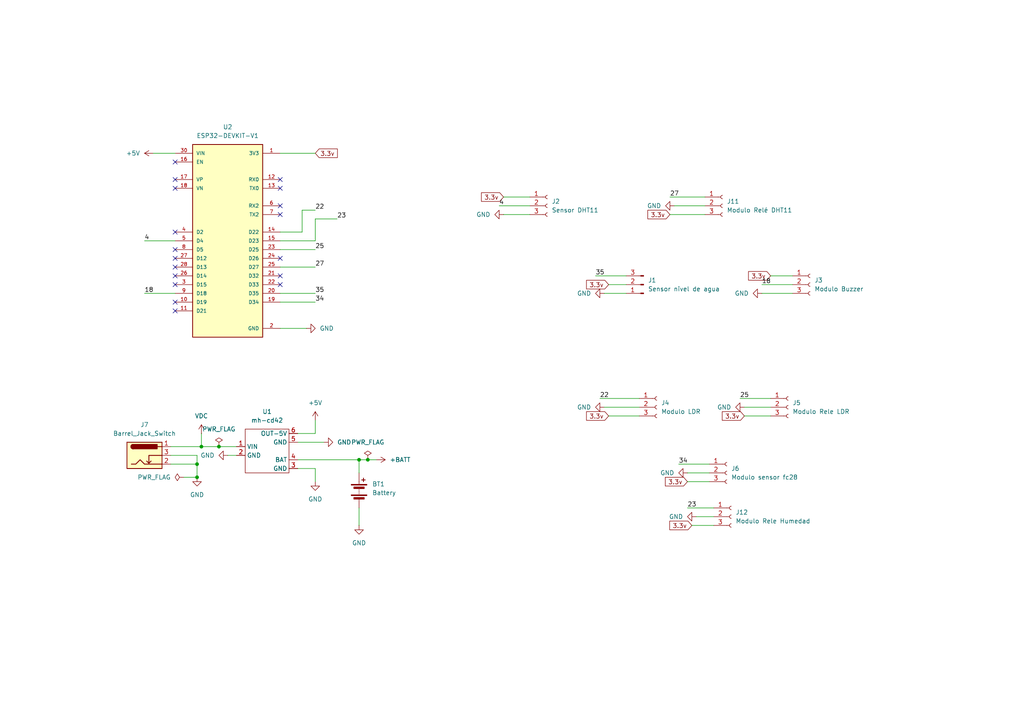
<source format=kicad_sch>
(kicad_sch
	(version 20250114)
	(generator "eeschema")
	(generator_version "9.0")
	(uuid "27cf0793-0fb4-48e0-831a-b23c41eefc23")
	(paper "A4")
	(lib_symbols
		(symbol "CD42:mh-cd42"
			(exclude_from_sim no)
			(in_bom yes)
			(on_board yes)
			(property "Reference" "U"
				(at 0 7.62 0)
				(effects
					(font
						(size 1.27 1.27)
					)
				)
			)
			(property "Value" "mh-cd42"
				(at 0 -7.62 0)
				(effects
					(font
						(size 1.27 1.27)
					)
				)
			)
			(property "Footprint" ""
				(at -1.27 5.08 0)
				(effects
					(font
						(size 1.27 1.27)
					)
					(hide yes)
				)
			)
			(property "Datasheet" ""
				(at -1.27 5.08 0)
				(effects
					(font
						(size 1.27 1.27)
					)
					(hide yes)
				)
			)
			(property "Description" ""
				(at 0 0 0)
				(effects
					(font
						(size 1.27 1.27)
					)
					(hide yes)
				)
			)
			(symbol "mh-cd42_0_1"
				(rectangle
					(start -6.35 6.35)
					(end 6.35 -6.35)
					(stroke
						(width 0)
						(type default)
					)
					(fill
						(type none)
					)
				)
			)
			(symbol "mh-cd42_1_1"
				(pin power_in line
					(at -8.89 1.27 0)
					(length 2.54)
					(name "VIN"
						(effects
							(font
								(size 1.27 1.27)
							)
						)
					)
					(number "1"
						(effects
							(font
								(size 1.27 1.27)
							)
						)
					)
				)
				(pin passive line
					(at -8.89 -1.27 0)
					(length 2.54)
					(name "GND"
						(effects
							(font
								(size 1.27 1.27)
							)
						)
					)
					(number "2"
						(effects
							(font
								(size 1.27 1.27)
							)
						)
					)
				)
				(pin power_out line
					(at 8.89 5.08 180)
					(length 2.54)
					(name "OUT-5V"
						(effects
							(font
								(size 1.27 1.27)
							)
						)
					)
					(number "6"
						(effects
							(font
								(size 1.27 1.27)
							)
						)
					)
				)
				(pin passive line
					(at 8.89 2.54 180)
					(length 2.54)
					(name "GND"
						(effects
							(font
								(size 1.27 1.27)
							)
						)
					)
					(number "5"
						(effects
							(font
								(size 1.27 1.27)
							)
						)
					)
				)
				(pin passive line
					(at 8.89 -2.54 180)
					(length 2.54)
					(name "BAT"
						(effects
							(font
								(size 1.27 1.27)
							)
						)
					)
					(number "4"
						(effects
							(font
								(size 1.27 1.27)
							)
						)
					)
				)
				(pin passive line
					(at 8.89 -5.08 180)
					(length 2.54)
					(name "GND"
						(effects
							(font
								(size 1.27 1.27)
							)
						)
					)
					(number "3"
						(effects
							(font
								(size 1.27 1.27)
							)
						)
					)
				)
			)
			(embedded_fonts no)
		)
		(symbol "Connector:Barrel_Jack_Switch"
			(pin_names
				(hide yes)
			)
			(exclude_from_sim no)
			(in_bom yes)
			(on_board yes)
			(property "Reference" "J"
				(at 0 5.334 0)
				(effects
					(font
						(size 1.27 1.27)
					)
				)
			)
			(property "Value" "Barrel_Jack_Switch"
				(at 0 -5.08 0)
				(effects
					(font
						(size 1.27 1.27)
					)
				)
			)
			(property "Footprint" ""
				(at 1.27 -1.016 0)
				(effects
					(font
						(size 1.27 1.27)
					)
					(hide yes)
				)
			)
			(property "Datasheet" "~"
				(at 1.27 -1.016 0)
				(effects
					(font
						(size 1.27 1.27)
					)
					(hide yes)
				)
			)
			(property "Description" "DC Barrel Jack with an internal switch"
				(at 0 0 0)
				(effects
					(font
						(size 1.27 1.27)
					)
					(hide yes)
				)
			)
			(property "ki_keywords" "DC power barrel jack connector"
				(at 0 0 0)
				(effects
					(font
						(size 1.27 1.27)
					)
					(hide yes)
				)
			)
			(property "ki_fp_filters" "BarrelJack*"
				(at 0 0 0)
				(effects
					(font
						(size 1.27 1.27)
					)
					(hide yes)
				)
			)
			(symbol "Barrel_Jack_Switch_0_1"
				(rectangle
					(start -5.08 3.81)
					(end 5.08 -3.81)
					(stroke
						(width 0.254)
						(type default)
					)
					(fill
						(type background)
					)
				)
				(polyline
					(pts
						(xy -3.81 -2.54) (xy -2.54 -2.54) (xy -1.27 -1.27) (xy 0 -2.54) (xy 2.54 -2.54) (xy 5.08 -2.54)
					)
					(stroke
						(width 0.254)
						(type default)
					)
					(fill
						(type none)
					)
				)
				(arc
					(start -3.302 1.905)
					(mid -3.9343 2.54)
					(end -3.302 3.175)
					(stroke
						(width 0.254)
						(type default)
					)
					(fill
						(type none)
					)
				)
				(arc
					(start -3.302 1.905)
					(mid -3.9343 2.54)
					(end -3.302 3.175)
					(stroke
						(width 0.254)
						(type default)
					)
					(fill
						(type outline)
					)
				)
				(polyline
					(pts
						(xy 1.27 -2.286) (xy 1.905 -1.651)
					)
					(stroke
						(width 0.254)
						(type default)
					)
					(fill
						(type none)
					)
				)
				(rectangle
					(start 3.683 3.175)
					(end -3.302 1.905)
					(stroke
						(width 0.254)
						(type default)
					)
					(fill
						(type outline)
					)
				)
				(polyline
					(pts
						(xy 5.08 2.54) (xy 3.81 2.54)
					)
					(stroke
						(width 0.254)
						(type default)
					)
					(fill
						(type none)
					)
				)
				(polyline
					(pts
						(xy 5.08 0) (xy 1.27 0) (xy 1.27 -2.286) (xy 0.635 -1.651)
					)
					(stroke
						(width 0.254)
						(type default)
					)
					(fill
						(type none)
					)
				)
			)
			(symbol "Barrel_Jack_Switch_1_1"
				(pin passive line
					(at 7.62 2.54 180)
					(length 2.54)
					(name "~"
						(effects
							(font
								(size 1.27 1.27)
							)
						)
					)
					(number "1"
						(effects
							(font
								(size 1.27 1.27)
							)
						)
					)
				)
				(pin passive line
					(at 7.62 0 180)
					(length 2.54)
					(name "~"
						(effects
							(font
								(size 1.27 1.27)
							)
						)
					)
					(number "3"
						(effects
							(font
								(size 1.27 1.27)
							)
						)
					)
				)
				(pin passive line
					(at 7.62 -2.54 180)
					(length 2.54)
					(name "~"
						(effects
							(font
								(size 1.27 1.27)
							)
						)
					)
					(number "2"
						(effects
							(font
								(size 1.27 1.27)
							)
						)
					)
				)
			)
			(embedded_fonts no)
		)
		(symbol "Connector:Conn_01x03_Pin"
			(pin_names
				(offset 1.016)
				(hide yes)
			)
			(exclude_from_sim no)
			(in_bom yes)
			(on_board yes)
			(property "Reference" "J"
				(at 0 5.08 0)
				(effects
					(font
						(size 1.27 1.27)
					)
				)
			)
			(property "Value" "Conn_01x03_Pin"
				(at 0 -5.08 0)
				(effects
					(font
						(size 1.27 1.27)
					)
				)
			)
			(property "Footprint" ""
				(at 0 0 0)
				(effects
					(font
						(size 1.27 1.27)
					)
					(hide yes)
				)
			)
			(property "Datasheet" "~"
				(at 0 0 0)
				(effects
					(font
						(size 1.27 1.27)
					)
					(hide yes)
				)
			)
			(property "Description" "Generic connector, single row, 01x03, script generated"
				(at 0 0 0)
				(effects
					(font
						(size 1.27 1.27)
					)
					(hide yes)
				)
			)
			(property "ki_locked" ""
				(at 0 0 0)
				(effects
					(font
						(size 1.27 1.27)
					)
				)
			)
			(property "ki_keywords" "connector"
				(at 0 0 0)
				(effects
					(font
						(size 1.27 1.27)
					)
					(hide yes)
				)
			)
			(property "ki_fp_filters" "Connector*:*_1x??_*"
				(at 0 0 0)
				(effects
					(font
						(size 1.27 1.27)
					)
					(hide yes)
				)
			)
			(symbol "Conn_01x03_Pin_1_1"
				(rectangle
					(start 0.8636 2.667)
					(end 0 2.413)
					(stroke
						(width 0.1524)
						(type default)
					)
					(fill
						(type outline)
					)
				)
				(rectangle
					(start 0.8636 0.127)
					(end 0 -0.127)
					(stroke
						(width 0.1524)
						(type default)
					)
					(fill
						(type outline)
					)
				)
				(rectangle
					(start 0.8636 -2.413)
					(end 0 -2.667)
					(stroke
						(width 0.1524)
						(type default)
					)
					(fill
						(type outline)
					)
				)
				(polyline
					(pts
						(xy 1.27 2.54) (xy 0.8636 2.54)
					)
					(stroke
						(width 0.1524)
						(type default)
					)
					(fill
						(type none)
					)
				)
				(polyline
					(pts
						(xy 1.27 0) (xy 0.8636 0)
					)
					(stroke
						(width 0.1524)
						(type default)
					)
					(fill
						(type none)
					)
				)
				(polyline
					(pts
						(xy 1.27 -2.54) (xy 0.8636 -2.54)
					)
					(stroke
						(width 0.1524)
						(type default)
					)
					(fill
						(type none)
					)
				)
				(pin passive line
					(at 5.08 2.54 180)
					(length 3.81)
					(name "Pin_1"
						(effects
							(font
								(size 1.27 1.27)
							)
						)
					)
					(number "1"
						(effects
							(font
								(size 1.27 1.27)
							)
						)
					)
				)
				(pin passive line
					(at 5.08 0 180)
					(length 3.81)
					(name "Pin_2"
						(effects
							(font
								(size 1.27 1.27)
							)
						)
					)
					(number "2"
						(effects
							(font
								(size 1.27 1.27)
							)
						)
					)
				)
				(pin passive line
					(at 5.08 -2.54 180)
					(length 3.81)
					(name "Pin_3"
						(effects
							(font
								(size 1.27 1.27)
							)
						)
					)
					(number "3"
						(effects
							(font
								(size 1.27 1.27)
							)
						)
					)
				)
			)
			(embedded_fonts no)
		)
		(symbol "Connector:Conn_01x03_Socket"
			(pin_names
				(offset 1.016)
				(hide yes)
			)
			(exclude_from_sim no)
			(in_bom yes)
			(on_board yes)
			(property "Reference" "J"
				(at 0 5.08 0)
				(effects
					(font
						(size 1.27 1.27)
					)
				)
			)
			(property "Value" "Conn_01x03_Socket"
				(at 0 -5.08 0)
				(effects
					(font
						(size 1.27 1.27)
					)
				)
			)
			(property "Footprint" ""
				(at 0 0 0)
				(effects
					(font
						(size 1.27 1.27)
					)
					(hide yes)
				)
			)
			(property "Datasheet" "~"
				(at 0 0 0)
				(effects
					(font
						(size 1.27 1.27)
					)
					(hide yes)
				)
			)
			(property "Description" "Generic connector, single row, 01x03, script generated"
				(at 0 0 0)
				(effects
					(font
						(size 1.27 1.27)
					)
					(hide yes)
				)
			)
			(property "ki_locked" ""
				(at 0 0 0)
				(effects
					(font
						(size 1.27 1.27)
					)
				)
			)
			(property "ki_keywords" "connector"
				(at 0 0 0)
				(effects
					(font
						(size 1.27 1.27)
					)
					(hide yes)
				)
			)
			(property "ki_fp_filters" "Connector*:*_1x??_*"
				(at 0 0 0)
				(effects
					(font
						(size 1.27 1.27)
					)
					(hide yes)
				)
			)
			(symbol "Conn_01x03_Socket_1_1"
				(polyline
					(pts
						(xy -1.27 2.54) (xy -0.508 2.54)
					)
					(stroke
						(width 0.1524)
						(type default)
					)
					(fill
						(type none)
					)
				)
				(polyline
					(pts
						(xy -1.27 0) (xy -0.508 0)
					)
					(stroke
						(width 0.1524)
						(type default)
					)
					(fill
						(type none)
					)
				)
				(polyline
					(pts
						(xy -1.27 -2.54) (xy -0.508 -2.54)
					)
					(stroke
						(width 0.1524)
						(type default)
					)
					(fill
						(type none)
					)
				)
				(arc
					(start 0 2.032)
					(mid -0.5058 2.54)
					(end 0 3.048)
					(stroke
						(width 0.1524)
						(type default)
					)
					(fill
						(type none)
					)
				)
				(arc
					(start 0 -0.508)
					(mid -0.5058 0)
					(end 0 0.508)
					(stroke
						(width 0.1524)
						(type default)
					)
					(fill
						(type none)
					)
				)
				(arc
					(start 0 -3.048)
					(mid -0.5058 -2.54)
					(end 0 -2.032)
					(stroke
						(width 0.1524)
						(type default)
					)
					(fill
						(type none)
					)
				)
				(pin passive line
					(at -5.08 2.54 0)
					(length 3.81)
					(name "Pin_1"
						(effects
							(font
								(size 1.27 1.27)
							)
						)
					)
					(number "1"
						(effects
							(font
								(size 1.27 1.27)
							)
						)
					)
				)
				(pin passive line
					(at -5.08 0 0)
					(length 3.81)
					(name "Pin_2"
						(effects
							(font
								(size 1.27 1.27)
							)
						)
					)
					(number "2"
						(effects
							(font
								(size 1.27 1.27)
							)
						)
					)
				)
				(pin passive line
					(at -5.08 -2.54 0)
					(length 3.81)
					(name "Pin_3"
						(effects
							(font
								(size 1.27 1.27)
							)
						)
					)
					(number "3"
						(effects
							(font
								(size 1.27 1.27)
							)
						)
					)
				)
			)
			(embedded_fonts no)
		)
		(symbol "Device:Battery"
			(pin_numbers
				(hide yes)
			)
			(pin_names
				(offset 0)
				(hide yes)
			)
			(exclude_from_sim no)
			(in_bom yes)
			(on_board yes)
			(property "Reference" "BT"
				(at 2.54 2.54 0)
				(effects
					(font
						(size 1.27 1.27)
					)
					(justify left)
				)
			)
			(property "Value" "Battery"
				(at 2.54 0 0)
				(effects
					(font
						(size 1.27 1.27)
					)
					(justify left)
				)
			)
			(property "Footprint" ""
				(at 0 1.524 90)
				(effects
					(font
						(size 1.27 1.27)
					)
					(hide yes)
				)
			)
			(property "Datasheet" "~"
				(at 0 1.524 90)
				(effects
					(font
						(size 1.27 1.27)
					)
					(hide yes)
				)
			)
			(property "Description" "Multiple-cell battery"
				(at 0 0 0)
				(effects
					(font
						(size 1.27 1.27)
					)
					(hide yes)
				)
			)
			(property "ki_keywords" "batt voltage-source cell"
				(at 0 0 0)
				(effects
					(font
						(size 1.27 1.27)
					)
					(hide yes)
				)
			)
			(symbol "Battery_0_1"
				(rectangle
					(start -2.286 1.778)
					(end 2.286 1.524)
					(stroke
						(width 0)
						(type default)
					)
					(fill
						(type outline)
					)
				)
				(rectangle
					(start -2.286 -1.27)
					(end 2.286 -1.524)
					(stroke
						(width 0)
						(type default)
					)
					(fill
						(type outline)
					)
				)
				(rectangle
					(start -1.524 1.016)
					(end 1.524 0.508)
					(stroke
						(width 0)
						(type default)
					)
					(fill
						(type outline)
					)
				)
				(rectangle
					(start -1.524 -2.032)
					(end 1.524 -2.54)
					(stroke
						(width 0)
						(type default)
					)
					(fill
						(type outline)
					)
				)
				(polyline
					(pts
						(xy 0 1.778) (xy 0 2.54)
					)
					(stroke
						(width 0)
						(type default)
					)
					(fill
						(type none)
					)
				)
				(polyline
					(pts
						(xy 0 0) (xy 0 0.254)
					)
					(stroke
						(width 0)
						(type default)
					)
					(fill
						(type none)
					)
				)
				(polyline
					(pts
						(xy 0 -0.508) (xy 0 -0.254)
					)
					(stroke
						(width 0)
						(type default)
					)
					(fill
						(type none)
					)
				)
				(polyline
					(pts
						(xy 0 -1.016) (xy 0 -0.762)
					)
					(stroke
						(width 0)
						(type default)
					)
					(fill
						(type none)
					)
				)
				(polyline
					(pts
						(xy 0.762 3.048) (xy 1.778 3.048)
					)
					(stroke
						(width 0.254)
						(type default)
					)
					(fill
						(type none)
					)
				)
				(polyline
					(pts
						(xy 1.27 3.556) (xy 1.27 2.54)
					)
					(stroke
						(width 0.254)
						(type default)
					)
					(fill
						(type none)
					)
				)
			)
			(symbol "Battery_1_1"
				(pin passive line
					(at 0 5.08 270)
					(length 2.54)
					(name "+"
						(effects
							(font
								(size 1.27 1.27)
							)
						)
					)
					(number "1"
						(effects
							(font
								(size 1.27 1.27)
							)
						)
					)
				)
				(pin passive line
					(at 0 -5.08 90)
					(length 2.54)
					(name "-"
						(effects
							(font
								(size 1.27 1.27)
							)
						)
					)
					(number "2"
						(effects
							(font
								(size 1.27 1.27)
							)
						)
					)
				)
			)
			(embedded_fonts no)
		)
		(symbol "ESP32-DEVKIT-V1:ESP32-DEVKIT-V1"
			(pin_names
				(offset 1.016)
			)
			(exclude_from_sim no)
			(in_bom yes)
			(on_board yes)
			(property "Reference" "U"
				(at -10.16 30.48 0)
				(effects
					(font
						(size 1.27 1.27)
					)
					(justify left top)
				)
			)
			(property "Value" "ESP32-DEVKIT-V1"
				(at -10.16 -30.48 0)
				(effects
					(font
						(size 1.27 1.27)
					)
					(justify left bottom)
				)
			)
			(property "Footprint" "ESP32-DEVKIT-V1:MODULE_ESP32_DEVKIT_V1"
				(at 0 0 0)
				(effects
					(font
						(size 1.27 1.27)
					)
					(justify bottom)
					(hide yes)
				)
			)
			(property "Datasheet" ""
				(at 0 0 0)
				(effects
					(font
						(size 1.27 1.27)
					)
					(hide yes)
				)
			)
			(property "Description" ""
				(at 0 0 0)
				(effects
					(font
						(size 1.27 1.27)
					)
					(hide yes)
				)
			)
			(property "MF" "Do it"
				(at 0 0 0)
				(effects
					(font
						(size 1.27 1.27)
					)
					(justify bottom)
					(hide yes)
				)
			)
			(property "MAXIMUM_PACKAGE_HEIGHT" "6.8 mm"
				(at 0 0 0)
				(effects
					(font
						(size 1.27 1.27)
					)
					(justify bottom)
					(hide yes)
				)
			)
			(property "Package" "None"
				(at 0 0 0)
				(effects
					(font
						(size 1.27 1.27)
					)
					(justify bottom)
					(hide yes)
				)
			)
			(property "Price" "None"
				(at 0 0 0)
				(effects
					(font
						(size 1.27 1.27)
					)
					(justify bottom)
					(hide yes)
				)
			)
			(property "Check_prices" "https://www.snapeda.com/parts/ESP32-DEVKIT-V1/Do+it/view-part/?ref=eda"
				(at 0 0 0)
				(effects
					(font
						(size 1.27 1.27)
					)
					(justify bottom)
					(hide yes)
				)
			)
			(property "STANDARD" "Manufacturer Recommendations"
				(at 0 0 0)
				(effects
					(font
						(size 1.27 1.27)
					)
					(justify bottom)
					(hide yes)
				)
			)
			(property "PARTREV" "N/A"
				(at 0 0 0)
				(effects
					(font
						(size 1.27 1.27)
					)
					(justify bottom)
					(hide yes)
				)
			)
			(property "SnapEDA_Link" "https://www.snapeda.com/parts/ESP32-DEVKIT-V1/Do+it/view-part/?ref=snap"
				(at 0 0 0)
				(effects
					(font
						(size 1.27 1.27)
					)
					(justify bottom)
					(hide yes)
				)
			)
			(property "MP" "ESP32-DEVKIT-V1"
				(at 0 0 0)
				(effects
					(font
						(size 1.27 1.27)
					)
					(justify bottom)
					(hide yes)
				)
			)
			(property "Description_1" "Dual core, Wi-Fi: 2.4 GHz up to 150 Mbits/s,BLE (Bluetooth Low Energy) and legacy Bluetooth, 32 bits, Up to 240 MHz"
				(at 0 0 0)
				(effects
					(font
						(size 1.27 1.27)
					)
					(justify bottom)
					(hide yes)
				)
			)
			(property "Availability" "Not in stock"
				(at 0 0 0)
				(effects
					(font
						(size 1.27 1.27)
					)
					(justify bottom)
					(hide yes)
				)
			)
			(property "MANUFACTURER" "DOIT"
				(at 0 0 0)
				(effects
					(font
						(size 1.27 1.27)
					)
					(justify bottom)
					(hide yes)
				)
			)
			(symbol "ESP32-DEVKIT-V1_0_0"
				(rectangle
					(start -10.16 -27.94)
					(end 10.16 27.94)
					(stroke
						(width 0.254)
						(type default)
					)
					(fill
						(type background)
					)
				)
				(pin input line
					(at -15.24 25.4 0)
					(length 5.08)
					(name "VIN"
						(effects
							(font
								(size 1.016 1.016)
							)
						)
					)
					(number "30"
						(effects
							(font
								(size 1.016 1.016)
							)
						)
					)
				)
				(pin input line
					(at -15.24 22.86 0)
					(length 5.08)
					(name "EN"
						(effects
							(font
								(size 1.016 1.016)
							)
						)
					)
					(number "16"
						(effects
							(font
								(size 1.016 1.016)
							)
						)
					)
				)
				(pin bidirectional line
					(at -15.24 17.78 0)
					(length 5.08)
					(name "VP"
						(effects
							(font
								(size 1.016 1.016)
							)
						)
					)
					(number "17"
						(effects
							(font
								(size 1.016 1.016)
							)
						)
					)
				)
				(pin bidirectional line
					(at -15.24 15.24 0)
					(length 5.08)
					(name "VN"
						(effects
							(font
								(size 1.016 1.016)
							)
						)
					)
					(number "18"
						(effects
							(font
								(size 1.016 1.016)
							)
						)
					)
				)
				(pin bidirectional line
					(at -15.24 2.54 0)
					(length 5.08)
					(name "D2"
						(effects
							(font
								(size 1.016 1.016)
							)
						)
					)
					(number "4"
						(effects
							(font
								(size 1.016 1.016)
							)
						)
					)
				)
				(pin bidirectional line
					(at -15.24 0 0)
					(length 5.08)
					(name "D4"
						(effects
							(font
								(size 1.016 1.016)
							)
						)
					)
					(number "5"
						(effects
							(font
								(size 1.016 1.016)
							)
						)
					)
				)
				(pin bidirectional line
					(at -15.24 -2.54 0)
					(length 5.08)
					(name "D5"
						(effects
							(font
								(size 1.016 1.016)
							)
						)
					)
					(number "8"
						(effects
							(font
								(size 1.016 1.016)
							)
						)
					)
				)
				(pin bidirectional line
					(at -15.24 -5.08 0)
					(length 5.08)
					(name "D12"
						(effects
							(font
								(size 1.016 1.016)
							)
						)
					)
					(number "27"
						(effects
							(font
								(size 1.016 1.016)
							)
						)
					)
				)
				(pin bidirectional line
					(at -15.24 -7.62 0)
					(length 5.08)
					(name "D13"
						(effects
							(font
								(size 1.016 1.016)
							)
						)
					)
					(number "28"
						(effects
							(font
								(size 1.016 1.016)
							)
						)
					)
				)
				(pin bidirectional line
					(at -15.24 -10.16 0)
					(length 5.08)
					(name "D14"
						(effects
							(font
								(size 1.016 1.016)
							)
						)
					)
					(number "26"
						(effects
							(font
								(size 1.016 1.016)
							)
						)
					)
				)
				(pin bidirectional line
					(at -15.24 -12.7 0)
					(length 5.08)
					(name "D15"
						(effects
							(font
								(size 1.016 1.016)
							)
						)
					)
					(number "3"
						(effects
							(font
								(size 1.016 1.016)
							)
						)
					)
				)
				(pin bidirectional line
					(at -15.24 -15.24 0)
					(length 5.08)
					(name "D18"
						(effects
							(font
								(size 1.016 1.016)
							)
						)
					)
					(number "9"
						(effects
							(font
								(size 1.016 1.016)
							)
						)
					)
				)
				(pin bidirectional line
					(at -15.24 -17.78 0)
					(length 5.08)
					(name "D19"
						(effects
							(font
								(size 1.016 1.016)
							)
						)
					)
					(number "10"
						(effects
							(font
								(size 1.016 1.016)
							)
						)
					)
				)
				(pin bidirectional line
					(at -15.24 -20.32 0)
					(length 5.08)
					(name "D21"
						(effects
							(font
								(size 1.016 1.016)
							)
						)
					)
					(number "11"
						(effects
							(font
								(size 1.016 1.016)
							)
						)
					)
				)
				(pin output line
					(at 15.24 25.4 180)
					(length 5.08)
					(name "3V3"
						(effects
							(font
								(size 1.016 1.016)
							)
						)
					)
					(number "1"
						(effects
							(font
								(size 1.016 1.016)
							)
						)
					)
				)
				(pin input line
					(at 15.24 17.78 180)
					(length 5.08)
					(name "RX0"
						(effects
							(font
								(size 1.016 1.016)
							)
						)
					)
					(number "12"
						(effects
							(font
								(size 1.016 1.016)
							)
						)
					)
				)
				(pin output line
					(at 15.24 15.24 180)
					(length 5.08)
					(name "TX0"
						(effects
							(font
								(size 1.016 1.016)
							)
						)
					)
					(number "13"
						(effects
							(font
								(size 1.016 1.016)
							)
						)
					)
				)
				(pin input line
					(at 15.24 10.16 180)
					(length 5.08)
					(name "RX2"
						(effects
							(font
								(size 1.016 1.016)
							)
						)
					)
					(number "6"
						(effects
							(font
								(size 1.016 1.016)
							)
						)
					)
				)
				(pin output line
					(at 15.24 7.62 180)
					(length 5.08)
					(name "TX2"
						(effects
							(font
								(size 1.016 1.016)
							)
						)
					)
					(number "7"
						(effects
							(font
								(size 1.016 1.016)
							)
						)
					)
				)
				(pin bidirectional line
					(at 15.24 2.54 180)
					(length 5.08)
					(name "D22"
						(effects
							(font
								(size 1.016 1.016)
							)
						)
					)
					(number "14"
						(effects
							(font
								(size 1.016 1.016)
							)
						)
					)
				)
				(pin bidirectional line
					(at 15.24 0 180)
					(length 5.08)
					(name "D23"
						(effects
							(font
								(size 1.016 1.016)
							)
						)
					)
					(number "15"
						(effects
							(font
								(size 1.016 1.016)
							)
						)
					)
				)
				(pin bidirectional line
					(at 15.24 -2.54 180)
					(length 5.08)
					(name "D25"
						(effects
							(font
								(size 1.016 1.016)
							)
						)
					)
					(number "23"
						(effects
							(font
								(size 1.016 1.016)
							)
						)
					)
				)
				(pin bidirectional line
					(at 15.24 -5.08 180)
					(length 5.08)
					(name "D26"
						(effects
							(font
								(size 1.016 1.016)
							)
						)
					)
					(number "24"
						(effects
							(font
								(size 1.016 1.016)
							)
						)
					)
				)
				(pin bidirectional line
					(at 15.24 -7.62 180)
					(length 5.08)
					(name "D27"
						(effects
							(font
								(size 1.016 1.016)
							)
						)
					)
					(number "25"
						(effects
							(font
								(size 1.016 1.016)
							)
						)
					)
				)
				(pin bidirectional line
					(at 15.24 -10.16 180)
					(length 5.08)
					(name "D32"
						(effects
							(font
								(size 1.016 1.016)
							)
						)
					)
					(number "21"
						(effects
							(font
								(size 1.016 1.016)
							)
						)
					)
				)
				(pin bidirectional line
					(at 15.24 -12.7 180)
					(length 5.08)
					(name "D33"
						(effects
							(font
								(size 1.016 1.016)
							)
						)
					)
					(number "22"
						(effects
							(font
								(size 1.016 1.016)
							)
						)
					)
				)
				(pin bidirectional line
					(at 15.24 -15.24 180)
					(length 5.08)
					(name "D35"
						(effects
							(font
								(size 1.016 1.016)
							)
						)
					)
					(number "20"
						(effects
							(font
								(size 1.016 1.016)
							)
						)
					)
				)
				(pin bidirectional line
					(at 15.24 -17.78 180)
					(length 5.08)
					(name "D34"
						(effects
							(font
								(size 1.016 1.016)
							)
						)
					)
					(number "19"
						(effects
							(font
								(size 1.016 1.016)
							)
						)
					)
				)
				(pin power_in line
					(at 15.24 -25.4 180)
					(length 5.08)
					(name "GND"
						(effects
							(font
								(size 1.016 1.016)
							)
						)
					)
					(number "2"
						(effects
							(font
								(size 1.016 1.016)
							)
						)
					)
				)
				(pin power_in line
					(at 15.24 -25.4 180)
					(length 5.08)
					(hide yes)
					(name "GND"
						(effects
							(font
								(size 1.016 1.016)
							)
						)
					)
					(number "29"
						(effects
							(font
								(size 1.016 1.016)
							)
						)
					)
				)
			)
			(embedded_fonts no)
		)
		(symbol "power:+5V"
			(power)
			(pin_numbers
				(hide yes)
			)
			(pin_names
				(offset 0)
				(hide yes)
			)
			(exclude_from_sim no)
			(in_bom yes)
			(on_board yes)
			(property "Reference" "#PWR"
				(at 0 -3.81 0)
				(effects
					(font
						(size 1.27 1.27)
					)
					(hide yes)
				)
			)
			(property "Value" "+5V"
				(at 0 3.556 0)
				(effects
					(font
						(size 1.27 1.27)
					)
				)
			)
			(property "Footprint" ""
				(at 0 0 0)
				(effects
					(font
						(size 1.27 1.27)
					)
					(hide yes)
				)
			)
			(property "Datasheet" ""
				(at 0 0 0)
				(effects
					(font
						(size 1.27 1.27)
					)
					(hide yes)
				)
			)
			(property "Description" "Power symbol creates a global label with name \"+5V\""
				(at 0 0 0)
				(effects
					(font
						(size 1.27 1.27)
					)
					(hide yes)
				)
			)
			(property "ki_keywords" "global power"
				(at 0 0 0)
				(effects
					(font
						(size 1.27 1.27)
					)
					(hide yes)
				)
			)
			(symbol "+5V_0_1"
				(polyline
					(pts
						(xy -0.762 1.27) (xy 0 2.54)
					)
					(stroke
						(width 0)
						(type default)
					)
					(fill
						(type none)
					)
				)
				(polyline
					(pts
						(xy 0 2.54) (xy 0.762 1.27)
					)
					(stroke
						(width 0)
						(type default)
					)
					(fill
						(type none)
					)
				)
				(polyline
					(pts
						(xy 0 0) (xy 0 2.54)
					)
					(stroke
						(width 0)
						(type default)
					)
					(fill
						(type none)
					)
				)
			)
			(symbol "+5V_1_1"
				(pin power_in line
					(at 0 0 90)
					(length 0)
					(name "~"
						(effects
							(font
								(size 1.27 1.27)
							)
						)
					)
					(number "1"
						(effects
							(font
								(size 1.27 1.27)
							)
						)
					)
				)
			)
			(embedded_fonts no)
		)
		(symbol "power:+BATT"
			(power)
			(pin_numbers
				(hide yes)
			)
			(pin_names
				(offset 0)
				(hide yes)
			)
			(exclude_from_sim no)
			(in_bom yes)
			(on_board yes)
			(property "Reference" "#PWR"
				(at 0 -3.81 0)
				(effects
					(font
						(size 1.27 1.27)
					)
					(hide yes)
				)
			)
			(property "Value" "+BATT"
				(at 0 3.556 0)
				(effects
					(font
						(size 1.27 1.27)
					)
				)
			)
			(property "Footprint" ""
				(at 0 0 0)
				(effects
					(font
						(size 1.27 1.27)
					)
					(hide yes)
				)
			)
			(property "Datasheet" ""
				(at 0 0 0)
				(effects
					(font
						(size 1.27 1.27)
					)
					(hide yes)
				)
			)
			(property "Description" "Power symbol creates a global label with name \"+BATT\""
				(at 0 0 0)
				(effects
					(font
						(size 1.27 1.27)
					)
					(hide yes)
				)
			)
			(property "ki_keywords" "global power battery"
				(at 0 0 0)
				(effects
					(font
						(size 1.27 1.27)
					)
					(hide yes)
				)
			)
			(symbol "+BATT_0_1"
				(polyline
					(pts
						(xy -0.762 1.27) (xy 0 2.54)
					)
					(stroke
						(width 0)
						(type default)
					)
					(fill
						(type none)
					)
				)
				(polyline
					(pts
						(xy 0 2.54) (xy 0.762 1.27)
					)
					(stroke
						(width 0)
						(type default)
					)
					(fill
						(type none)
					)
				)
				(polyline
					(pts
						(xy 0 0) (xy 0 2.54)
					)
					(stroke
						(width 0)
						(type default)
					)
					(fill
						(type none)
					)
				)
			)
			(symbol "+BATT_1_1"
				(pin power_in line
					(at 0 0 90)
					(length 0)
					(name "~"
						(effects
							(font
								(size 1.27 1.27)
							)
						)
					)
					(number "1"
						(effects
							(font
								(size 1.27 1.27)
							)
						)
					)
				)
			)
			(embedded_fonts no)
		)
		(symbol "power:GND"
			(power)
			(pin_numbers
				(hide yes)
			)
			(pin_names
				(offset 0)
				(hide yes)
			)
			(exclude_from_sim no)
			(in_bom yes)
			(on_board yes)
			(property "Reference" "#PWR"
				(at 0 -6.35 0)
				(effects
					(font
						(size 1.27 1.27)
					)
					(hide yes)
				)
			)
			(property "Value" "GND"
				(at 0 -3.81 0)
				(effects
					(font
						(size 1.27 1.27)
					)
				)
			)
			(property "Footprint" ""
				(at 0 0 0)
				(effects
					(font
						(size 1.27 1.27)
					)
					(hide yes)
				)
			)
			(property "Datasheet" ""
				(at 0 0 0)
				(effects
					(font
						(size 1.27 1.27)
					)
					(hide yes)
				)
			)
			(property "Description" "Power symbol creates a global label with name \"GND\" , ground"
				(at 0 0 0)
				(effects
					(font
						(size 1.27 1.27)
					)
					(hide yes)
				)
			)
			(property "ki_keywords" "global power"
				(at 0 0 0)
				(effects
					(font
						(size 1.27 1.27)
					)
					(hide yes)
				)
			)
			(symbol "GND_0_1"
				(polyline
					(pts
						(xy 0 0) (xy 0 -1.27) (xy 1.27 -1.27) (xy 0 -2.54) (xy -1.27 -1.27) (xy 0 -1.27)
					)
					(stroke
						(width 0)
						(type default)
					)
					(fill
						(type none)
					)
				)
			)
			(symbol "GND_1_1"
				(pin power_in line
					(at 0 0 270)
					(length 0)
					(name "~"
						(effects
							(font
								(size 1.27 1.27)
							)
						)
					)
					(number "1"
						(effects
							(font
								(size 1.27 1.27)
							)
						)
					)
				)
			)
			(embedded_fonts no)
		)
		(symbol "power:PWR_FLAG"
			(power)
			(pin_numbers
				(hide yes)
			)
			(pin_names
				(offset 0)
				(hide yes)
			)
			(exclude_from_sim no)
			(in_bom yes)
			(on_board yes)
			(property "Reference" "#FLG"
				(at 0 1.905 0)
				(effects
					(font
						(size 1.27 1.27)
					)
					(hide yes)
				)
			)
			(property "Value" "PWR_FLAG"
				(at 0 3.81 0)
				(effects
					(font
						(size 1.27 1.27)
					)
				)
			)
			(property "Footprint" ""
				(at 0 0 0)
				(effects
					(font
						(size 1.27 1.27)
					)
					(hide yes)
				)
			)
			(property "Datasheet" "~"
				(at 0 0 0)
				(effects
					(font
						(size 1.27 1.27)
					)
					(hide yes)
				)
			)
			(property "Description" "Special symbol for telling ERC where power comes from"
				(at 0 0 0)
				(effects
					(font
						(size 1.27 1.27)
					)
					(hide yes)
				)
			)
			(property "ki_keywords" "flag power"
				(at 0 0 0)
				(effects
					(font
						(size 1.27 1.27)
					)
					(hide yes)
				)
			)
			(symbol "PWR_FLAG_0_0"
				(pin power_out line
					(at 0 0 90)
					(length 0)
					(name "~"
						(effects
							(font
								(size 1.27 1.27)
							)
						)
					)
					(number "1"
						(effects
							(font
								(size 1.27 1.27)
							)
						)
					)
				)
			)
			(symbol "PWR_FLAG_0_1"
				(polyline
					(pts
						(xy 0 0) (xy 0 1.27) (xy -1.016 1.905) (xy 0 2.54) (xy 1.016 1.905) (xy 0 1.27)
					)
					(stroke
						(width 0)
						(type default)
					)
					(fill
						(type none)
					)
				)
			)
			(embedded_fonts no)
		)
		(symbol "power:VDC"
			(power)
			(pin_numbers
				(hide yes)
			)
			(pin_names
				(offset 0)
				(hide yes)
			)
			(exclude_from_sim no)
			(in_bom yes)
			(on_board yes)
			(property "Reference" "#PWR"
				(at 0 -3.81 0)
				(effects
					(font
						(size 1.27 1.27)
					)
					(hide yes)
				)
			)
			(property "Value" "VDC"
				(at 0 3.556 0)
				(effects
					(font
						(size 1.27 1.27)
					)
				)
			)
			(property "Footprint" ""
				(at 0 0 0)
				(effects
					(font
						(size 1.27 1.27)
					)
					(hide yes)
				)
			)
			(property "Datasheet" ""
				(at 0 0 0)
				(effects
					(font
						(size 1.27 1.27)
					)
					(hide yes)
				)
			)
			(property "Description" "Power symbol creates a global label with name \"VDC\""
				(at 0 0 0)
				(effects
					(font
						(size 1.27 1.27)
					)
					(hide yes)
				)
			)
			(property "ki_keywords" "global power"
				(at 0 0 0)
				(effects
					(font
						(size 1.27 1.27)
					)
					(hide yes)
				)
			)
			(symbol "VDC_0_1"
				(polyline
					(pts
						(xy -0.762 1.27) (xy 0 2.54)
					)
					(stroke
						(width 0)
						(type default)
					)
					(fill
						(type none)
					)
				)
				(polyline
					(pts
						(xy 0 2.54) (xy 0.762 1.27)
					)
					(stroke
						(width 0)
						(type default)
					)
					(fill
						(type none)
					)
				)
				(polyline
					(pts
						(xy 0 0) (xy 0 2.54)
					)
					(stroke
						(width 0)
						(type default)
					)
					(fill
						(type none)
					)
				)
			)
			(symbol "VDC_1_1"
				(pin power_in line
					(at 0 0 90)
					(length 0)
					(name "~"
						(effects
							(font
								(size 1.27 1.27)
							)
						)
					)
					(number "1"
						(effects
							(font
								(size 1.27 1.27)
							)
						)
					)
				)
			)
			(embedded_fonts no)
		)
	)
	(junction
		(at 57.15 138.43)
		(diameter 0)
		(color 0 0 0 0)
		(uuid "0cfac713-7653-4b1a-9b72-40018c48e1e1")
	)
	(junction
		(at 57.15 134.62)
		(diameter 0)
		(color 0 0 0 0)
		(uuid "22e8e361-ced8-4954-a682-c63614ea8f5f")
	)
	(junction
		(at 63.5 129.54)
		(diameter 0)
		(color 0 0 0 0)
		(uuid "955e5cd3-d32e-4be7-a25c-38efeaac6a44")
	)
	(junction
		(at 58.42 129.54)
		(diameter 0)
		(color 0 0 0 0)
		(uuid "da72f0dd-2858-41d7-9026-010ff1a10baa")
	)
	(junction
		(at 106.68 133.35)
		(diameter 0)
		(color 0 0 0 0)
		(uuid "f35000d4-8ead-40ce-a5e4-e43a449c8afd")
	)
	(junction
		(at 104.14 133.35)
		(diameter 0)
		(color 0 0 0 0)
		(uuid "fefa5fa9-69ec-42f4-b5ed-a69591ae5308")
	)
	(no_connect
		(at 81.28 80.01)
		(uuid "20cc6492-46c0-4312-9466-9b038d80c83e")
	)
	(no_connect
		(at 50.8 54.61)
		(uuid "29e3c939-abcd-4bde-a5a6-ea4580460bfc")
	)
	(no_connect
		(at 50.8 87.63)
		(uuid "2bf959d7-a19e-404b-9cf5-1644cd71314f")
	)
	(no_connect
		(at 50.8 74.93)
		(uuid "3acc6e5c-61ad-4d5a-bef8-a93a85ed8db1")
	)
	(no_connect
		(at 50.8 82.55)
		(uuid "3cc637de-bc25-4b7b-aa53-b6dbe5d2c2d7")
	)
	(no_connect
		(at 50.8 67.31)
		(uuid "42edad06-673e-4b8a-8b87-19749a188fa2")
	)
	(no_connect
		(at 50.8 46.99)
		(uuid "54fe7860-bfb2-4d07-b102-e51dbe3f16e2")
	)
	(no_connect
		(at 81.28 82.55)
		(uuid "5967e20d-47ed-43bb-874a-eee1041c6327")
	)
	(no_connect
		(at 81.28 74.93)
		(uuid "60485adb-db6d-4bd0-a7b8-f2c971d356d8")
	)
	(no_connect
		(at 81.28 59.69)
		(uuid "6643e185-f3e2-4275-bf56-aafb29e6a968")
	)
	(no_connect
		(at 50.8 90.17)
		(uuid "8596ce87-87ac-4fca-9d75-011e690aa628")
	)
	(no_connect
		(at 50.8 72.39)
		(uuid "9502755a-52c6-43f7-a366-b81b5acf69a1")
	)
	(no_connect
		(at 50.8 77.47)
		(uuid "b56d6f90-d1d9-404c-a05b-8922a0a4ffb9")
	)
	(no_connect
		(at 81.28 54.61)
		(uuid "cef60c91-e0cd-4de1-8b60-62f8ebdce646")
	)
	(no_connect
		(at 50.8 52.07)
		(uuid "df0f171a-4534-42e1-bfbc-f1f0c2cd928e")
	)
	(no_connect
		(at 50.8 80.01)
		(uuid "df53b75f-42fe-4135-82e2-d4e99a08fb28")
	)
	(no_connect
		(at 81.28 52.07)
		(uuid "fd2e48e9-4ef7-4b90-bbf8-a473dd84649d")
	)
	(no_connect
		(at 81.28 62.23)
		(uuid "ff0361c4-bcd9-4a96-b762-08ce05951ccb")
	)
	(wire
		(pts
			(xy 53.34 138.43) (xy 57.15 138.43)
		)
		(stroke
			(width 0)
			(type default)
		)
		(uuid "00f44fb6-9629-4ebd-80a2-99adbd7c2779")
	)
	(wire
		(pts
			(xy 104.14 147.32) (xy 104.14 152.4)
		)
		(stroke
			(width 0)
			(type default)
		)
		(uuid "0b918bdd-2ec5-4acd-8e02-b0a440bfe83a")
	)
	(wire
		(pts
			(xy 58.42 129.54) (xy 63.5 129.54)
		)
		(stroke
			(width 0)
			(type default)
		)
		(uuid "0f4c05f7-1a5a-4f40-b9ea-0f8427d93a88")
	)
	(wire
		(pts
			(xy 66.04 132.08) (xy 68.58 132.08)
		)
		(stroke
			(width 0)
			(type default)
		)
		(uuid "0f4e514e-4558-4b4b-b430-d27947e33635")
	)
	(wire
		(pts
			(xy 97.79 63.5) (xy 91.44 63.5)
		)
		(stroke
			(width 0)
			(type default)
		)
		(uuid "16a6d8b4-5e1d-4eee-8eb9-5a87b2383b1f")
	)
	(wire
		(pts
			(xy 57.15 132.08) (xy 57.15 134.62)
		)
		(stroke
			(width 0)
			(type default)
		)
		(uuid "1cb545b6-9871-4092-b6aa-32dbadd1b8dd")
	)
	(wire
		(pts
			(xy 194.31 57.15) (xy 204.47 57.15)
		)
		(stroke
			(width 0)
			(type default)
		)
		(uuid "1fad990f-cf3c-4b9a-b948-629a07aff4c1")
	)
	(wire
		(pts
			(xy 195.58 59.69) (xy 204.47 59.69)
		)
		(stroke
			(width 0)
			(type default)
		)
		(uuid "244b0b30-56ea-4a85-a434-cdb60dedb792")
	)
	(wire
		(pts
			(xy 81.28 44.45) (xy 91.44 44.45)
		)
		(stroke
			(width 0)
			(type default)
		)
		(uuid "2dffd6ba-07b5-4208-96f1-1edbe6e54e4a")
	)
	(wire
		(pts
			(xy 176.53 82.55) (xy 181.61 82.55)
		)
		(stroke
			(width 0)
			(type default)
		)
		(uuid "382747c8-d32b-48f7-baeb-4e62073c32f5")
	)
	(wire
		(pts
			(xy 176.53 120.65) (xy 185.42 120.65)
		)
		(stroke
			(width 0)
			(type default)
		)
		(uuid "42a669df-f4fe-4d73-a70c-99f78506ed94")
	)
	(wire
		(pts
			(xy 91.44 125.73) (xy 86.36 125.73)
		)
		(stroke
			(width 0)
			(type default)
		)
		(uuid "44190cf3-afe2-4aea-a499-9fb7ff3aa41d")
	)
	(wire
		(pts
			(xy 199.39 137.16) (xy 205.74 137.16)
		)
		(stroke
			(width 0)
			(type default)
		)
		(uuid "4821babf-eeb0-437e-8152-8000f6252123")
	)
	(wire
		(pts
			(xy 146.05 57.15) (xy 153.67 57.15)
		)
		(stroke
			(width 0)
			(type default)
		)
		(uuid "4ad165b9-35a7-44e4-99d6-974526c754c6")
	)
	(wire
		(pts
			(xy 215.9 120.65) (xy 223.52 120.65)
		)
		(stroke
			(width 0)
			(type default)
		)
		(uuid "4d6762d7-cd04-46b3-b274-ccead1a9abd2")
	)
	(wire
		(pts
			(xy 87.63 67.31) (xy 81.28 67.31)
		)
		(stroke
			(width 0)
			(type default)
		)
		(uuid "52ed2297-4d09-4d88-a046-49406ff62028")
	)
	(wire
		(pts
			(xy 91.44 69.85) (xy 81.28 69.85)
		)
		(stroke
			(width 0)
			(type default)
		)
		(uuid "5452a8a1-3064-494e-9716-6e9041f8ea3b")
	)
	(wire
		(pts
			(xy 172.72 80.01) (xy 181.61 80.01)
		)
		(stroke
			(width 0)
			(type default)
		)
		(uuid "5b1406e4-94f4-4e72-85d3-1c3935b17ae3")
	)
	(wire
		(pts
			(xy 41.91 85.09) (xy 50.8 85.09)
		)
		(stroke
			(width 0)
			(type default)
		)
		(uuid "5c03bccd-6172-4380-81a2-93cfa555fae1")
	)
	(wire
		(pts
			(xy 144.78 59.69) (xy 153.67 59.69)
		)
		(stroke
			(width 0)
			(type default)
		)
		(uuid "5cc66fb3-c4b4-4809-99f7-1978a76471cc")
	)
	(wire
		(pts
			(xy 49.53 134.62) (xy 57.15 134.62)
		)
		(stroke
			(width 0)
			(type default)
		)
		(uuid "5f19aa0e-b134-4bc1-8504-aa798ab5a422")
	)
	(wire
		(pts
			(xy 214.63 115.57) (xy 223.52 115.57)
		)
		(stroke
			(width 0)
			(type default)
		)
		(uuid "61ae597d-ab58-402f-9fc6-cce03ecd4a5e")
	)
	(wire
		(pts
			(xy 81.28 95.25) (xy 88.9 95.25)
		)
		(stroke
			(width 0)
			(type default)
		)
		(uuid "64ece56b-5f54-4157-86dc-db4d51510fb2")
	)
	(wire
		(pts
			(xy 173.99 115.57) (xy 185.42 115.57)
		)
		(stroke
			(width 0)
			(type default)
		)
		(uuid "66bff06a-62c9-4486-ac8c-9c3a3fee78f8")
	)
	(wire
		(pts
			(xy 215.9 118.11) (xy 223.52 118.11)
		)
		(stroke
			(width 0)
			(type default)
		)
		(uuid "69950e4c-1f7d-49e4-8727-3b1f03a69fac")
	)
	(wire
		(pts
			(xy 200.66 152.4) (xy 207.01 152.4)
		)
		(stroke
			(width 0)
			(type default)
		)
		(uuid "6b99b2b3-f9d5-47d2-923d-90ab0d2eb805")
	)
	(wire
		(pts
			(xy 81.28 85.09) (xy 91.44 85.09)
		)
		(stroke
			(width 0)
			(type default)
		)
		(uuid "6eb9fd3c-049b-42bf-9f28-95202296291b")
	)
	(wire
		(pts
			(xy 58.42 125.73) (xy 58.42 129.54)
		)
		(stroke
			(width 0)
			(type default)
		)
		(uuid "70c9e103-ce4e-4f59-b2a5-a5681ee6b502")
	)
	(wire
		(pts
			(xy 106.68 133.35) (xy 109.22 133.35)
		)
		(stroke
			(width 0)
			(type default)
		)
		(uuid "76666980-9c9e-48b2-958f-e301f35e495d")
	)
	(wire
		(pts
			(xy 199.39 147.32) (xy 207.01 147.32)
		)
		(stroke
			(width 0)
			(type default)
		)
		(uuid "770929f7-9649-4296-9059-1d0344de8c48")
	)
	(wire
		(pts
			(xy 91.44 121.92) (xy 91.44 125.73)
		)
		(stroke
			(width 0)
			(type default)
		)
		(uuid "7942dbd3-de00-4033-835a-8bdef5c217b1")
	)
	(wire
		(pts
			(xy 41.91 69.85) (xy 50.8 69.85)
		)
		(stroke
			(width 0)
			(type default)
		)
		(uuid "821e0b67-33a8-457a-84da-61232ce02f57")
	)
	(wire
		(pts
			(xy 49.53 132.08) (xy 57.15 132.08)
		)
		(stroke
			(width 0)
			(type default)
		)
		(uuid "845ef9f1-ed80-477a-b3e7-41662ba9f914")
	)
	(wire
		(pts
			(xy 91.44 135.89) (xy 86.36 135.89)
		)
		(stroke
			(width 0)
			(type default)
		)
		(uuid "86508c4c-3384-4cc2-b4fa-1258bf00cdba")
	)
	(wire
		(pts
			(xy 91.44 60.96) (xy 87.63 60.96)
		)
		(stroke
			(width 0)
			(type default)
		)
		(uuid "8abe5fa1-7e99-47d0-8be6-d4a52b02d1b7")
	)
	(wire
		(pts
			(xy 146.05 62.23) (xy 153.67 62.23)
		)
		(stroke
			(width 0)
			(type default)
		)
		(uuid "928d32f5-f61d-465f-b012-8b99bfaa4838")
	)
	(wire
		(pts
			(xy 199.39 139.7) (xy 205.74 139.7)
		)
		(stroke
			(width 0)
			(type default)
		)
		(uuid "966c60c9-14d4-406e-bb94-bc97cb3d6ddd")
	)
	(wire
		(pts
			(xy 86.36 128.27) (xy 93.98 128.27)
		)
		(stroke
			(width 0)
			(type default)
		)
		(uuid "981203f1-78d6-4786-99d2-6465ac349c94")
	)
	(wire
		(pts
			(xy 87.63 60.96) (xy 87.63 67.31)
		)
		(stroke
			(width 0)
			(type default)
		)
		(uuid "9f80c0ac-6552-4c26-b359-579f43d5a6c8")
	)
	(wire
		(pts
			(xy 220.98 82.55) (xy 229.87 82.55)
		)
		(stroke
			(width 0)
			(type default)
		)
		(uuid "9fc1f814-56e9-4e4d-a3ac-2f79003adf6f")
	)
	(wire
		(pts
			(xy 81.28 87.63) (xy 91.44 87.63)
		)
		(stroke
			(width 0)
			(type default)
		)
		(uuid "a0d18644-61e4-4158-aba6-7036ef13b052")
	)
	(wire
		(pts
			(xy 104.14 137.16) (xy 104.14 133.35)
		)
		(stroke
			(width 0)
			(type default)
		)
		(uuid "a1536e11-444f-4542-9cad-f8c1e0be199b")
	)
	(wire
		(pts
			(xy 220.98 85.09) (xy 229.87 85.09)
		)
		(stroke
			(width 0)
			(type default)
		)
		(uuid "a20465a7-25f1-486a-ae7a-6cb5b2ff3302")
	)
	(wire
		(pts
			(xy 57.15 134.62) (xy 57.15 138.43)
		)
		(stroke
			(width 0)
			(type default)
		)
		(uuid "a76a2bcb-7006-4815-814d-91a91e706a6b")
	)
	(wire
		(pts
			(xy 196.85 134.62) (xy 205.74 134.62)
		)
		(stroke
			(width 0)
			(type default)
		)
		(uuid "a908e2d9-6079-4c5b-a462-583c8a64211e")
	)
	(wire
		(pts
			(xy 81.28 72.39) (xy 91.44 72.39)
		)
		(stroke
			(width 0)
			(type default)
		)
		(uuid "b09a5659-1686-4a8a-b5c5-ca72849ea1f1")
	)
	(wire
		(pts
			(xy 201.93 149.86) (xy 207.01 149.86)
		)
		(stroke
			(width 0)
			(type default)
		)
		(uuid "b3b5e9cc-83a6-4115-b5d2-bc9f142eb18b")
	)
	(wire
		(pts
			(xy 81.28 77.47) (xy 91.44 77.47)
		)
		(stroke
			(width 0)
			(type default)
		)
		(uuid "bbcfa871-44cf-4d3e-bb75-bc92131060fa")
	)
	(wire
		(pts
			(xy 91.44 63.5) (xy 91.44 69.85)
		)
		(stroke
			(width 0)
			(type default)
		)
		(uuid "c178a8fd-26ef-47c0-a64b-5cb9491c3286")
	)
	(wire
		(pts
			(xy 44.45 44.45) (xy 50.8 44.45)
		)
		(stroke
			(width 0)
			(type default)
		)
		(uuid "c60b96b5-5b3e-4ef5-bf1d-1b0003b053e4")
	)
	(wire
		(pts
			(xy 49.53 129.54) (xy 58.42 129.54)
		)
		(stroke
			(width 0)
			(type default)
		)
		(uuid "c8a0a023-7250-4892-bc91-e50cb609448b")
	)
	(wire
		(pts
			(xy 104.14 133.35) (xy 106.68 133.35)
		)
		(stroke
			(width 0)
			(type default)
		)
		(uuid "c9a2705f-73ac-4ad6-b209-ee263caec490")
	)
	(wire
		(pts
			(xy 63.5 129.54) (xy 68.58 129.54)
		)
		(stroke
			(width 0)
			(type default)
		)
		(uuid "c9c05cca-5b99-4dee-abbd-d78ecd8005c7")
	)
	(wire
		(pts
			(xy 91.44 139.7) (xy 91.44 135.89)
		)
		(stroke
			(width 0)
			(type default)
		)
		(uuid "dd0929e7-e20a-42f4-bc6d-bf3539208c0a")
	)
	(wire
		(pts
			(xy 175.26 85.09) (xy 181.61 85.09)
		)
		(stroke
			(width 0)
			(type default)
		)
		(uuid "ec3ddfff-d15f-4895-9331-624e7b9d4461")
	)
	(wire
		(pts
			(xy 223.52 80.01) (xy 229.87 80.01)
		)
		(stroke
			(width 0)
			(type default)
		)
		(uuid "f43b3f61-c8f9-4868-b3ef-cffcea030ef5")
	)
	(wire
		(pts
			(xy 104.14 133.35) (xy 86.36 133.35)
		)
		(stroke
			(width 0)
			(type default)
		)
		(uuid "f78d73f9-5b98-495c-97e4-cdca36d3f0ca")
	)
	(wire
		(pts
			(xy 175.26 118.11) (xy 185.42 118.11)
		)
		(stroke
			(width 0)
			(type default)
		)
		(uuid "f7df05f7-25e6-472b-b15b-1d605c3cdde6")
	)
	(wire
		(pts
			(xy 194.31 62.23) (xy 204.47 62.23)
		)
		(stroke
			(width 0)
			(type default)
		)
		(uuid "fe9b8fde-8bd8-48a8-aec9-ddcee6ace787")
	)
	(label "23"
		(at 199.39 147.32 0)
		(effects
			(font
				(size 1.27 1.27)
			)
			(justify left bottom)
		)
		(uuid "01955207-722d-4755-8bc9-df0247cd061c")
	)
	(label "35"
		(at 91.44 85.09 0)
		(effects
			(font
				(size 1.27 1.27)
			)
			(justify left bottom)
		)
		(uuid "12e890df-af34-4901-97bf-d222b78701cb")
	)
	(label "27"
		(at 91.44 77.47 0)
		(effects
			(font
				(size 1.27 1.27)
			)
			(justify left bottom)
		)
		(uuid "180cd709-edd1-4f27-97db-608385ea91f0")
	)
	(label "27"
		(at 194.31 57.15 0)
		(effects
			(font
				(size 1.27 1.27)
			)
			(justify left bottom)
		)
		(uuid "41714287-390a-4ff4-a169-15834af24db0")
	)
	(label "35"
		(at 172.72 80.01 0)
		(effects
			(font
				(size 1.27 1.27)
			)
			(justify left bottom)
		)
		(uuid "46b70729-3446-464f-9923-e7d82070003f")
	)
	(label "25"
		(at 214.63 115.57 0)
		(effects
			(font
				(size 1.27 1.27)
			)
			(justify left bottom)
		)
		(uuid "51a3acbf-f80b-4677-a387-e095125e7565")
	)
	(label "23"
		(at 97.79 63.5 0)
		(effects
			(font
				(size 1.27 1.27)
			)
			(justify left bottom)
		)
		(uuid "6016ff1a-5d5a-4310-9e02-0d8cbfddbc5e")
	)
	(label "34"
		(at 91.44 87.63 0)
		(effects
			(font
				(size 1.27 1.27)
			)
			(justify left bottom)
		)
		(uuid "6ec34549-c3d9-48c6-aed4-dc87bf704f7f")
	)
	(label "22"
		(at 91.44 60.96 0)
		(effects
			(font
				(size 1.27 1.27)
			)
			(justify left bottom)
		)
		(uuid "7b01be9b-0f2e-42c4-8cd6-ff46e5ff07a9")
	)
	(label "25"
		(at 91.44 72.39 0)
		(effects
			(font
				(size 1.27 1.27)
			)
			(justify left bottom)
		)
		(uuid "894b554d-74fd-4a44-916c-644c4bc72e44")
	)
	(label "34"
		(at 196.85 134.62 0)
		(effects
			(font
				(size 1.27 1.27)
			)
			(justify left bottom)
		)
		(uuid "c3aba072-c7a8-4e4e-b09a-136ec7e78abe")
	)
	(label "4"
		(at 144.78 59.69 0)
		(effects
			(font
				(size 1.27 1.27)
			)
			(justify left bottom)
		)
		(uuid "cd7b37c0-1d1e-453c-a710-944518833787")
	)
	(label "4"
		(at 41.91 69.85 0)
		(effects
			(font
				(size 1.27 1.27)
			)
			(justify left bottom)
		)
		(uuid "cded43af-d1d3-4676-b261-3b50b89dbad9")
	)
	(label "18"
		(at 220.98 82.55 0)
		(effects
			(font
				(size 1.27 1.27)
			)
			(justify left bottom)
		)
		(uuid "d1ba3ba8-6dd2-4f76-ad49-463962c50497")
	)
	(label "22"
		(at 173.99 115.57 0)
		(effects
			(font
				(size 1.27 1.27)
			)
			(justify left bottom)
		)
		(uuid "e54b3de1-4450-437c-ac98-cd9e0eacb736")
	)
	(label "18"
		(at 41.91 85.09 0)
		(effects
			(font
				(size 1.27 1.27)
			)
			(justify left bottom)
		)
		(uuid "fe4e3e71-c2a9-4fa9-8592-308cb03d8655")
	)
	(global_label "3.3v"
		(shape input)
		(at 200.66 152.4 180)
		(fields_autoplaced yes)
		(effects
			(font
				(size 1.27 1.27)
			)
			(justify right)
		)
		(uuid "2559aac2-1f4b-4d6d-b442-c9cbc30d8d88")
		(property "Intersheetrefs" "${INTERSHEET_REFS}"
			(at 193.6834 152.4 0)
			(effects
				(font
					(size 1.27 1.27)
				)
				(justify right)
				(hide yes)
			)
		)
	)
	(global_label "3.3v"
		(shape input)
		(at 215.9 120.65 180)
		(fields_autoplaced yes)
		(effects
			(font
				(size 1.27 1.27)
			)
			(justify right)
		)
		(uuid "4a3a8630-55f5-4af4-bb0f-9667ceaabb63")
		(property "Intersheetrefs" "${INTERSHEET_REFS}"
			(at 208.9234 120.65 0)
			(effects
				(font
					(size 1.27 1.27)
				)
				(justify right)
				(hide yes)
			)
		)
	)
	(global_label "3.3v"
		(shape input)
		(at 199.39 139.7 180)
		(fields_autoplaced yes)
		(effects
			(font
				(size 1.27 1.27)
			)
			(justify right)
		)
		(uuid "79490a07-c45b-47a2-8559-f2d6ed53ad2e")
		(property "Intersheetrefs" "${INTERSHEET_REFS}"
			(at 192.4134 139.7 0)
			(effects
				(font
					(size 1.27 1.27)
				)
				(justify right)
				(hide yes)
			)
		)
	)
	(global_label "3.3v"
		(shape input)
		(at 176.53 120.65 180)
		(fields_autoplaced yes)
		(effects
			(font
				(size 1.27 1.27)
			)
			(justify right)
		)
		(uuid "9f8bd36e-c93d-4a65-b41d-67f7b5105d83")
		(property "Intersheetrefs" "${INTERSHEET_REFS}"
			(at 169.5534 120.65 0)
			(effects
				(font
					(size 1.27 1.27)
				)
				(justify right)
				(hide yes)
			)
		)
	)
	(global_label "3.3v"
		(shape input)
		(at 194.31 62.23 180)
		(fields_autoplaced yes)
		(effects
			(font
				(size 1.27 1.27)
			)
			(justify right)
		)
		(uuid "a6b08a65-a26c-46d5-93fe-a94cb1d52b92")
		(property "Intersheetrefs" "${INTERSHEET_REFS}"
			(at 187.3334 62.23 0)
			(effects
				(font
					(size 1.27 1.27)
				)
				(justify right)
				(hide yes)
			)
		)
	)
	(global_label "3.3v"
		(shape input)
		(at 223.52 80.01 180)
		(fields_autoplaced yes)
		(effects
			(font
				(size 1.27 1.27)
			)
			(justify right)
		)
		(uuid "c22d1e5a-aff9-4968-a677-7f35e35a83ab")
		(property "Intersheetrefs" "${INTERSHEET_REFS}"
			(at 216.5434 80.01 0)
			(effects
				(font
					(size 1.27 1.27)
				)
				(justify right)
				(hide yes)
			)
		)
	)
	(global_label "3.3v"
		(shape input)
		(at 91.44 44.45 0)
		(fields_autoplaced yes)
		(effects
			(font
				(size 1.27 1.27)
			)
			(justify left)
		)
		(uuid "c3001b5c-9ffa-4786-be1a-6e3e5376c4c5")
		(property "Intersheetrefs" "${INTERSHEET_REFS}"
			(at 98.4166 44.45 0)
			(effects
				(font
					(size 1.27 1.27)
				)
				(justify left)
				(hide yes)
			)
		)
	)
	(global_label "3.3v"
		(shape input)
		(at 146.05 57.15 180)
		(fields_autoplaced yes)
		(effects
			(font
				(size 1.27 1.27)
			)
			(justify right)
		)
		(uuid "e1badc12-cf56-42a8-b285-886ee7139116")
		(property "Intersheetrefs" "${INTERSHEET_REFS}"
			(at 139.0734 57.15 0)
			(effects
				(font
					(size 1.27 1.27)
				)
				(justify right)
				(hide yes)
			)
		)
	)
	(global_label "3.3v"
		(shape input)
		(at 176.53 82.55 180)
		(fields_autoplaced yes)
		(effects
			(font
				(size 1.27 1.27)
			)
			(justify right)
		)
		(uuid "f2873392-8761-4954-8693-51ecd1c25414")
		(property "Intersheetrefs" "${INTERSHEET_REFS}"
			(at 169.5534 82.55 0)
			(effects
				(font
					(size 1.27 1.27)
				)
				(justify right)
				(hide yes)
			)
		)
	)
	(symbol
		(lib_id "power:GND")
		(at 91.44 139.7 0)
		(unit 1)
		(exclude_from_sim no)
		(in_bom yes)
		(on_board yes)
		(dnp no)
		(fields_autoplaced yes)
		(uuid "06b2e0dd-0239-45f0-84ae-54b8c84dc178")
		(property "Reference" "#PWR03"
			(at 91.44 146.05 0)
			(effects
				(font
					(size 1.27 1.27)
				)
				(hide yes)
			)
		)
		(property "Value" "GND"
			(at 91.44 144.78 0)
			(effects
				(font
					(size 1.27 1.27)
				)
			)
		)
		(property "Footprint" ""
			(at 91.44 139.7 0)
			(effects
				(font
					(size 1.27 1.27)
				)
				(hide yes)
			)
		)
		(property "Datasheet" ""
			(at 91.44 139.7 0)
			(effects
				(font
					(size 1.27 1.27)
				)
				(hide yes)
			)
		)
		(property "Description" "Power symbol creates a global label with name \"GND\" , ground"
			(at 91.44 139.7 0)
			(effects
				(font
					(size 1.27 1.27)
				)
				(hide yes)
			)
		)
		(pin "1"
			(uuid "3f2bacde-9ca4-41ad-ae66-d03fe2daa798")
		)
		(instances
			(project ""
				(path "/27cf0793-0fb4-48e0-831a-b23c41eefc23"
					(reference "#PWR03")
					(unit 1)
				)
			)
		)
	)
	(symbol
		(lib_id "power:+BATT")
		(at 109.22 133.35 270)
		(unit 1)
		(exclude_from_sim no)
		(in_bom yes)
		(on_board yes)
		(dnp no)
		(fields_autoplaced yes)
		(uuid "1496b86d-8ddb-4c0a-bb74-d2aefb844451")
		(property "Reference" "#PWR06"
			(at 105.41 133.35 0)
			(effects
				(font
					(size 1.27 1.27)
				)
				(hide yes)
			)
		)
		(property "Value" "+BATT"
			(at 113.03 133.3499 90)
			(effects
				(font
					(size 1.27 1.27)
				)
				(justify left)
			)
		)
		(property "Footprint" ""
			(at 109.22 133.35 0)
			(effects
				(font
					(size 1.27 1.27)
				)
				(hide yes)
			)
		)
		(property "Datasheet" ""
			(at 109.22 133.35 0)
			(effects
				(font
					(size 1.27 1.27)
				)
				(hide yes)
			)
		)
		(property "Description" "Power symbol creates a global label with name \"+BATT\""
			(at 109.22 133.35 0)
			(effects
				(font
					(size 1.27 1.27)
				)
				(hide yes)
			)
		)
		(pin "1"
			(uuid "167c7eee-f848-4e03-9967-d1e31405fff6")
		)
		(instances
			(project ""
				(path "/27cf0793-0fb4-48e0-831a-b23c41eefc23"
					(reference "#PWR06")
					(unit 1)
				)
			)
		)
	)
	(symbol
		(lib_id "power:GND")
		(at 220.98 85.09 270)
		(unit 1)
		(exclude_from_sim no)
		(in_bom yes)
		(on_board yes)
		(dnp no)
		(fields_autoplaced yes)
		(uuid "1aafc6c3-6fb1-48b2-ac5e-fc9b64fa8d94")
		(property "Reference" "#PWR011"
			(at 214.63 85.09 0)
			(effects
				(font
					(size 1.27 1.27)
				)
				(hide yes)
			)
		)
		(property "Value" "GND"
			(at 217.17 85.0899 90)
			(effects
				(font
					(size 1.27 1.27)
				)
				(justify right)
			)
		)
		(property "Footprint" ""
			(at 220.98 85.09 0)
			(effects
				(font
					(size 1.27 1.27)
				)
				(hide yes)
			)
		)
		(property "Datasheet" ""
			(at 220.98 85.09 0)
			(effects
				(font
					(size 1.27 1.27)
				)
				(hide yes)
			)
		)
		(property "Description" "Power symbol creates a global label with name \"GND\" , ground"
			(at 220.98 85.09 0)
			(effects
				(font
					(size 1.27 1.27)
				)
				(hide yes)
			)
		)
		(pin "1"
			(uuid "2213952f-8b2a-45e3-aa45-e15afd9aad4c")
		)
		(instances
			(project ""
				(path "/27cf0793-0fb4-48e0-831a-b23c41eefc23"
					(reference "#PWR011")
					(unit 1)
				)
			)
		)
	)
	(symbol
		(lib_id "power:GND")
		(at 199.39 137.16 270)
		(unit 1)
		(exclude_from_sim no)
		(in_bom yes)
		(on_board yes)
		(dnp no)
		(fields_autoplaced yes)
		(uuid "1b880b58-c3f3-4af4-a03e-0db2aacea6d9")
		(property "Reference" "#PWR023"
			(at 193.04 137.16 0)
			(effects
				(font
					(size 1.27 1.27)
				)
				(hide yes)
			)
		)
		(property "Value" "GND"
			(at 195.58 137.1599 90)
			(effects
				(font
					(size 1.27 1.27)
				)
				(justify right)
			)
		)
		(property "Footprint" ""
			(at 199.39 137.16 0)
			(effects
				(font
					(size 1.27 1.27)
				)
				(hide yes)
			)
		)
		(property "Datasheet" ""
			(at 199.39 137.16 0)
			(effects
				(font
					(size 1.27 1.27)
				)
				(hide yes)
			)
		)
		(property "Description" "Power symbol creates a global label with name \"GND\" , ground"
			(at 199.39 137.16 0)
			(effects
				(font
					(size 1.27 1.27)
				)
				(hide yes)
			)
		)
		(pin "1"
			(uuid "e3ee2dd5-070d-4fc3-95df-1e56ce0a3e8e")
		)
		(instances
			(project ""
				(path "/27cf0793-0fb4-48e0-831a-b23c41eefc23"
					(reference "#PWR023")
					(unit 1)
				)
			)
		)
	)
	(symbol
		(lib_id "power:PWR_FLAG")
		(at 63.5 129.54 0)
		(unit 1)
		(exclude_from_sim no)
		(in_bom yes)
		(on_board yes)
		(dnp no)
		(fields_autoplaced yes)
		(uuid "20e7ea04-d04b-4cc8-88a7-ea1f9c6b22a5")
		(property "Reference" "#FLG02"
			(at 63.5 127.635 0)
			(effects
				(font
					(size 1.27 1.27)
				)
				(hide yes)
			)
		)
		(property "Value" "PWR_FLAG"
			(at 63.5 124.46 0)
			(effects
				(font
					(size 1.27 1.27)
				)
			)
		)
		(property "Footprint" ""
			(at 63.5 129.54 0)
			(effects
				(font
					(size 1.27 1.27)
				)
				(hide yes)
			)
		)
		(property "Datasheet" "~"
			(at 63.5 129.54 0)
			(effects
				(font
					(size 1.27 1.27)
				)
				(hide yes)
			)
		)
		(property "Description" "Special symbol for telling ERC where power comes from"
			(at 63.5 129.54 0)
			(effects
				(font
					(size 1.27 1.27)
				)
				(hide yes)
			)
		)
		(pin "1"
			(uuid "1a3ae19e-96fc-4926-aa02-69c40c36866e")
		)
		(instances
			(project ""
				(path "/27cf0793-0fb4-48e0-831a-b23c41eefc23"
					(reference "#FLG02")
					(unit 1)
				)
			)
		)
	)
	(symbol
		(lib_id "power:GND")
		(at 66.04 132.08 270)
		(unit 1)
		(exclude_from_sim no)
		(in_bom yes)
		(on_board yes)
		(dnp no)
		(fields_autoplaced yes)
		(uuid "295ac5bb-428b-468d-b008-353f3160ca75")
		(property "Reference" "#PWR019"
			(at 59.69 132.08 0)
			(effects
				(font
					(size 1.27 1.27)
				)
				(hide yes)
			)
		)
		(property "Value" "GND"
			(at 62.23 132.0799 90)
			(effects
				(font
					(size 1.27 1.27)
				)
				(justify right)
			)
		)
		(property "Footprint" ""
			(at 66.04 132.08 0)
			(effects
				(font
					(size 1.27 1.27)
				)
				(hide yes)
			)
		)
		(property "Datasheet" ""
			(at 66.04 132.08 0)
			(effects
				(font
					(size 1.27 1.27)
				)
				(hide yes)
			)
		)
		(property "Description" "Power symbol creates a global label with name \"GND\" , ground"
			(at 66.04 132.08 0)
			(effects
				(font
					(size 1.27 1.27)
				)
				(hide yes)
			)
		)
		(pin "1"
			(uuid "9b4a8d51-53dc-4336-96e1-2f060c049225")
		)
		(instances
			(project "Invernadero Automatizado"
				(path "/27cf0793-0fb4-48e0-831a-b23c41eefc23"
					(reference "#PWR019")
					(unit 1)
				)
			)
		)
	)
	(symbol
		(lib_id "Device:Battery")
		(at 104.14 142.24 0)
		(unit 1)
		(exclude_from_sim no)
		(in_bom yes)
		(on_board yes)
		(dnp no)
		(fields_autoplaced yes)
		(uuid "3b18fe6a-df64-49d8-a8af-89273582da41")
		(property "Reference" "BT1"
			(at 107.95 140.3984 0)
			(effects
				(font
					(size 1.27 1.27)
				)
				(justify left)
			)
		)
		(property "Value" "Battery"
			(at 107.95 142.9384 0)
			(effects
				(font
					(size 1.27 1.27)
				)
				(justify left)
			)
		)
		(property "Footprint" "Battery:BatteryHolder_Keystone_1042_1x18650"
			(at 104.14 140.716 90)
			(effects
				(font
					(size 1.27 1.27)
				)
				(hide yes)
			)
		)
		(property "Datasheet" "~"
			(at 104.14 140.716 90)
			(effects
				(font
					(size 1.27 1.27)
				)
				(hide yes)
			)
		)
		(property "Description" "Multiple-cell battery"
			(at 104.14 142.24 0)
			(effects
				(font
					(size 1.27 1.27)
				)
				(hide yes)
			)
		)
		(pin "1"
			(uuid "3e20d381-d6a8-43b7-bd23-8d68ae89adf6")
		)
		(pin "2"
			(uuid "2ccbd768-6fd2-4877-91f9-5b0c52dacabe")
		)
		(instances
			(project ""
				(path "/27cf0793-0fb4-48e0-831a-b23c41eefc23"
					(reference "BT1")
					(unit 1)
				)
			)
		)
	)
	(symbol
		(lib_id "power:GND")
		(at 146.05 62.23 270)
		(unit 1)
		(exclude_from_sim no)
		(in_bom yes)
		(on_board yes)
		(dnp no)
		(fields_autoplaced yes)
		(uuid "3ce3581a-eb33-4797-a1fd-69a18fbc20b7")
		(property "Reference" "#PWR08"
			(at 139.7 62.23 0)
			(effects
				(font
					(size 1.27 1.27)
				)
				(hide yes)
			)
		)
		(property "Value" "GND"
			(at 142.24 62.2299 90)
			(effects
				(font
					(size 1.27 1.27)
				)
				(justify right)
			)
		)
		(property "Footprint" ""
			(at 146.05 62.23 0)
			(effects
				(font
					(size 1.27 1.27)
				)
				(hide yes)
			)
		)
		(property "Datasheet" ""
			(at 146.05 62.23 0)
			(effects
				(font
					(size 1.27 1.27)
				)
				(hide yes)
			)
		)
		(property "Description" "Power symbol creates a global label with name \"GND\" , ground"
			(at 146.05 62.23 0)
			(effects
				(font
					(size 1.27 1.27)
				)
				(hide yes)
			)
		)
		(pin "1"
			(uuid "b3a5d420-3e54-4d7a-9d51-fb1fd577f5a2")
		)
		(instances
			(project ""
				(path "/27cf0793-0fb4-48e0-831a-b23c41eefc23"
					(reference "#PWR08")
					(unit 1)
				)
			)
		)
	)
	(symbol
		(lib_id "power:GND")
		(at 195.58 59.69 270)
		(unit 1)
		(exclude_from_sim no)
		(in_bom yes)
		(on_board yes)
		(dnp no)
		(fields_autoplaced yes)
		(uuid "41a5ddf4-38bb-4d90-af89-5aba5fc6e56f")
		(property "Reference" "#PWR012"
			(at 189.23 59.69 0)
			(effects
				(font
					(size 1.27 1.27)
				)
				(hide yes)
			)
		)
		(property "Value" "GND"
			(at 191.77 59.6899 90)
			(effects
				(font
					(size 1.27 1.27)
				)
				(justify right)
			)
		)
		(property "Footprint" ""
			(at 195.58 59.69 0)
			(effects
				(font
					(size 1.27 1.27)
				)
				(hide yes)
			)
		)
		(property "Datasheet" ""
			(at 195.58 59.69 0)
			(effects
				(font
					(size 1.27 1.27)
				)
				(hide yes)
			)
		)
		(property "Description" "Power symbol creates a global label with name \"GND\" , ground"
			(at 195.58 59.69 0)
			(effects
				(font
					(size 1.27 1.27)
				)
				(hide yes)
			)
		)
		(pin "1"
			(uuid "db1a0df9-1106-416d-9688-7855c107b554")
		)
		(instances
			(project "Invernadero Automatizado"
				(path "/27cf0793-0fb4-48e0-831a-b23c41eefc23"
					(reference "#PWR012")
					(unit 1)
				)
			)
		)
	)
	(symbol
		(lib_id "power:PWR_FLAG")
		(at 53.34 138.43 90)
		(unit 1)
		(exclude_from_sim no)
		(in_bom yes)
		(on_board yes)
		(dnp no)
		(fields_autoplaced yes)
		(uuid "466f565e-5ac6-40c0-a9f3-493d853aab22")
		(property "Reference" "#FLG04"
			(at 51.435 138.43 0)
			(effects
				(font
					(size 1.27 1.27)
				)
				(hide yes)
			)
		)
		(property "Value" "PWR_FLAG"
			(at 49.53 138.4299 90)
			(effects
				(font
					(size 1.27 1.27)
				)
				(justify left)
			)
		)
		(property "Footprint" ""
			(at 53.34 138.43 0)
			(effects
				(font
					(size 1.27 1.27)
				)
				(hide yes)
			)
		)
		(property "Datasheet" "~"
			(at 53.34 138.43 0)
			(effects
				(font
					(size 1.27 1.27)
				)
				(hide yes)
			)
		)
		(property "Description" "Special symbol for telling ERC where power comes from"
			(at 53.34 138.43 0)
			(effects
				(font
					(size 1.27 1.27)
				)
				(hide yes)
			)
		)
		(pin "1"
			(uuid "fedb859a-c852-49e3-9e50-8e0039d1124b")
		)
		(instances
			(project ""
				(path "/27cf0793-0fb4-48e0-831a-b23c41eefc23"
					(reference "#FLG04")
					(unit 1)
				)
			)
		)
	)
	(symbol
		(lib_id "Connector:Conn_01x03_Socket")
		(at 210.82 137.16 0)
		(unit 1)
		(exclude_from_sim no)
		(in_bom yes)
		(on_board yes)
		(dnp no)
		(fields_autoplaced yes)
		(uuid "566498bc-d684-42f2-b3e9-389d570d94a2")
		(property "Reference" "J6"
			(at 212.09 135.8899 0)
			(effects
				(font
					(size 1.27 1.27)
				)
				(justify left)
			)
		)
		(property "Value" "Modulo sensor fc28"
			(at 212.09 138.4299 0)
			(effects
				(font
					(size 1.27 1.27)
				)
				(justify left)
			)
		)
		(property "Footprint" "Connector_PinSocket_2.54mm:PinSocket_1x03_P2.54mm_Vertical"
			(at 210.82 137.16 0)
			(effects
				(font
					(size 1.27 1.27)
				)
				(hide yes)
			)
		)
		(property "Datasheet" "~"
			(at 210.82 137.16 0)
			(effects
				(font
					(size 1.27 1.27)
				)
				(hide yes)
			)
		)
		(property "Description" "Generic connector, single row, 01x03, script generated"
			(at 210.82 137.16 0)
			(effects
				(font
					(size 1.27 1.27)
				)
				(hide yes)
			)
		)
		(pin "1"
			(uuid "3c62c9a8-d9ae-43a6-9bf5-7894078a357d")
		)
		(pin "2"
			(uuid "74c73942-9633-4aa6-8e51-3722fccc4d4f")
		)
		(pin "3"
			(uuid "6d5a7fda-8f59-4e4d-87ba-691606e60211")
		)
		(instances
			(project ""
				(path "/27cf0793-0fb4-48e0-831a-b23c41eefc23"
					(reference "J6")
					(unit 1)
				)
			)
		)
	)
	(symbol
		(lib_id "power:VDC")
		(at 58.42 125.73 0)
		(unit 1)
		(exclude_from_sim no)
		(in_bom yes)
		(on_board yes)
		(dnp no)
		(fields_autoplaced yes)
		(uuid "56946853-1644-4d83-97fe-e3a37932c703")
		(property "Reference" "#PWR018"
			(at 58.42 129.54 0)
			(effects
				(font
					(size 1.27 1.27)
				)
				(hide yes)
			)
		)
		(property "Value" "VDC"
			(at 58.42 120.65 0)
			(effects
				(font
					(size 1.27 1.27)
				)
			)
		)
		(property "Footprint" ""
			(at 58.42 125.73 0)
			(effects
				(font
					(size 1.27 1.27)
				)
				(hide yes)
			)
		)
		(property "Datasheet" ""
			(at 58.42 125.73 0)
			(effects
				(font
					(size 1.27 1.27)
				)
				(hide yes)
			)
		)
		(property "Description" "Power symbol creates a global label with name \"VDC\""
			(at 58.42 125.73 0)
			(effects
				(font
					(size 1.27 1.27)
				)
				(hide yes)
			)
		)
		(pin "1"
			(uuid "c7a32274-654a-40a1-81da-d56798af73ab")
		)
		(instances
			(project ""
				(path "/27cf0793-0fb4-48e0-831a-b23c41eefc23"
					(reference "#PWR018")
					(unit 1)
				)
			)
		)
	)
	(symbol
		(lib_id "Connector:Conn_01x03_Socket")
		(at 228.6 118.11 0)
		(unit 1)
		(exclude_from_sim no)
		(in_bom yes)
		(on_board yes)
		(dnp no)
		(fields_autoplaced yes)
		(uuid "5ae4a0c8-7531-4e8a-98cf-9e6c82498cfa")
		(property "Reference" "J5"
			(at 229.87 116.8399 0)
			(effects
				(font
					(size 1.27 1.27)
				)
				(justify left)
			)
		)
		(property "Value" "Modulo Rele LDR"
			(at 229.87 119.3799 0)
			(effects
				(font
					(size 1.27 1.27)
				)
				(justify left)
			)
		)
		(property "Footprint" "Connector_PinSocket_2.54mm:PinSocket_1x03_P2.54mm_Vertical"
			(at 228.6 118.11 0)
			(effects
				(font
					(size 1.27 1.27)
				)
				(hide yes)
			)
		)
		(property "Datasheet" "~"
			(at 228.6 118.11 0)
			(effects
				(font
					(size 1.27 1.27)
				)
				(hide yes)
			)
		)
		(property "Description" "Generic connector, single row, 01x03, script generated"
			(at 228.6 118.11 0)
			(effects
				(font
					(size 1.27 1.27)
				)
				(hide yes)
			)
		)
		(pin "1"
			(uuid "d91ddec8-143a-43b8-8632-ebd4a0140d1f")
		)
		(pin "3"
			(uuid "2c2e5d1e-6b89-404d-9f24-0a292495240e")
		)
		(pin "2"
			(uuid "84fab54d-c2c9-42dc-bd9a-a62212b815fd")
		)
		(instances
			(project ""
				(path "/27cf0793-0fb4-48e0-831a-b23c41eefc23"
					(reference "J5")
					(unit 1)
				)
			)
		)
	)
	(symbol
		(lib_id "Connector:Conn_01x03_Socket")
		(at 190.5 118.11 0)
		(unit 1)
		(exclude_from_sim no)
		(in_bom yes)
		(on_board yes)
		(dnp no)
		(fields_autoplaced yes)
		(uuid "64cbbe5b-09be-40b1-be1d-58ff835b4611")
		(property "Reference" "J4"
			(at 191.77 116.8399 0)
			(effects
				(font
					(size 1.27 1.27)
				)
				(justify left)
			)
		)
		(property "Value" "Modulo LDR"
			(at 191.77 119.3799 0)
			(effects
				(font
					(size 1.27 1.27)
				)
				(justify left)
			)
		)
		(property "Footprint" "Connector_PinSocket_2.54mm:PinSocket_1x03_P2.54mm_Vertical"
			(at 190.5 118.11 0)
			(effects
				(font
					(size 1.27 1.27)
				)
				(hide yes)
			)
		)
		(property "Datasheet" "~"
			(at 190.5 118.11 0)
			(effects
				(font
					(size 1.27 1.27)
				)
				(hide yes)
			)
		)
		(property "Description" "Generic connector, single row, 01x03, script generated"
			(at 190.5 118.11 0)
			(effects
				(font
					(size 1.27 1.27)
				)
				(hide yes)
			)
		)
		(pin "2"
			(uuid "45ae490d-e8b6-42ce-a866-55505178d55d")
		)
		(pin "3"
			(uuid "06a1b897-d96d-47b1-86fe-b82ed67d07a5")
		)
		(pin "1"
			(uuid "3f797eca-2a83-45b6-8818-730e274c715b")
		)
		(instances
			(project ""
				(path "/27cf0793-0fb4-48e0-831a-b23c41eefc23"
					(reference "J4")
					(unit 1)
				)
			)
		)
	)
	(symbol
		(lib_id "power:GND")
		(at 104.14 152.4 0)
		(unit 1)
		(exclude_from_sim no)
		(in_bom yes)
		(on_board yes)
		(dnp no)
		(fields_autoplaced yes)
		(uuid "7139bb99-8a4e-48af-b31c-d6ed3a68b02c")
		(property "Reference" "#PWR05"
			(at 104.14 158.75 0)
			(effects
				(font
					(size 1.27 1.27)
				)
				(hide yes)
			)
		)
		(property "Value" "GND"
			(at 104.14 157.48 0)
			(effects
				(font
					(size 1.27 1.27)
				)
			)
		)
		(property "Footprint" ""
			(at 104.14 152.4 0)
			(effects
				(font
					(size 1.27 1.27)
				)
				(hide yes)
			)
		)
		(property "Datasheet" ""
			(at 104.14 152.4 0)
			(effects
				(font
					(size 1.27 1.27)
				)
				(hide yes)
			)
		)
		(property "Description" "Power symbol creates a global label with name \"GND\" , ground"
			(at 104.14 152.4 0)
			(effects
				(font
					(size 1.27 1.27)
				)
				(hide yes)
			)
		)
		(pin "1"
			(uuid "bbc85b9e-2c96-48ab-bd0b-84ad7f88f5c2")
		)
		(instances
			(project "Invernadero Automatizado"
				(path "/27cf0793-0fb4-48e0-831a-b23c41eefc23"
					(reference "#PWR05")
					(unit 1)
				)
			)
		)
	)
	(symbol
		(lib_id "CD42:mh-cd42")
		(at 77.47 130.81 0)
		(unit 1)
		(exclude_from_sim no)
		(in_bom yes)
		(on_board yes)
		(dnp no)
		(fields_autoplaced yes)
		(uuid "814d8978-fa62-4616-96cb-5bd7fd7336e5")
		(property "Reference" "U1"
			(at 77.47 119.38 0)
			(effects
				(font
					(size 1.27 1.27)
				)
			)
		)
		(property "Value" "mh-cd42"
			(at 77.47 121.92 0)
			(effects
				(font
					(size 1.27 1.27)
				)
			)
		)
		(property "Footprint" "ESP32-DEVKIT-V1:mh-cd42"
			(at 76.2 125.73 0)
			(effects
				(font
					(size 1.27 1.27)
				)
				(hide yes)
			)
		)
		(property "Datasheet" ""
			(at 76.2 125.73 0)
			(effects
				(font
					(size 1.27 1.27)
				)
				(hide yes)
			)
		)
		(property "Description" ""
			(at 77.47 130.81 0)
			(effects
				(font
					(size 1.27 1.27)
				)
				(hide yes)
			)
		)
		(pin "6"
			(uuid "046c2fa5-1d9d-4d9e-8835-1d189fa30c1a")
		)
		(pin "1"
			(uuid "de61a887-0fd9-4b30-96d8-d898f4e13d42")
		)
		(pin "2"
			(uuid "6c060512-ba0f-4534-bbb2-df170e7623e7")
		)
		(pin "5"
			(uuid "f6401720-2b46-433e-90b5-0686807d9bf1")
		)
		(pin "4"
			(uuid "7420523e-2222-43b9-979f-744cadce92fb")
		)
		(pin "3"
			(uuid "307f87fb-d708-42aa-aae9-eb6016dd5dd1")
		)
		(instances
			(project ""
				(path "/27cf0793-0fb4-48e0-831a-b23c41eefc23"
					(reference "U1")
					(unit 1)
				)
			)
		)
	)
	(symbol
		(lib_id "Connector:Conn_01x03_Socket")
		(at 158.75 59.69 0)
		(unit 1)
		(exclude_from_sim no)
		(in_bom yes)
		(on_board yes)
		(dnp no)
		(fields_autoplaced yes)
		(uuid "87907d3c-1bf5-4888-b2a0-7665f4f351a0")
		(property "Reference" "J2"
			(at 160.02 58.4199 0)
			(effects
				(font
					(size 1.27 1.27)
				)
				(justify left)
			)
		)
		(property "Value" "Sensor DHT11"
			(at 160.02 60.9599 0)
			(effects
				(font
					(size 1.27 1.27)
				)
				(justify left)
			)
		)
		(property "Footprint" "Connector_PinHeader_2.54mm:PinHeader_1x03_P2.54mm_Vertical"
			(at 158.75 59.69 0)
			(effects
				(font
					(size 1.27 1.27)
				)
				(hide yes)
			)
		)
		(property "Datasheet" "~"
			(at 158.75 59.69 0)
			(effects
				(font
					(size 1.27 1.27)
				)
				(hide yes)
			)
		)
		(property "Description" "Generic connector, single row, 01x03, script generated"
			(at 158.75 59.69 0)
			(effects
				(font
					(size 1.27 1.27)
				)
				(hide yes)
			)
		)
		(pin "3"
			(uuid "6fda3a34-cccd-4f4c-857c-161a2dc8fc76")
		)
		(pin "1"
			(uuid "ecf5d4f0-b8c2-4d37-ad6a-17cbe1a38587")
		)
		(pin "2"
			(uuid "9431d9e9-2156-472c-8813-a7eafdac17d1")
		)
		(instances
			(project ""
				(path "/27cf0793-0fb4-48e0-831a-b23c41eefc23"
					(reference "J2")
					(unit 1)
				)
			)
		)
	)
	(symbol
		(lib_id "power:GND")
		(at 57.15 138.43 0)
		(unit 1)
		(exclude_from_sim no)
		(in_bom yes)
		(on_board yes)
		(dnp no)
		(fields_autoplaced yes)
		(uuid "890bb105-103b-4799-bbe1-c602aa0961b0")
		(property "Reference" "#PWR017"
			(at 57.15 144.78 0)
			(effects
				(font
					(size 1.27 1.27)
				)
				(hide yes)
			)
		)
		(property "Value" "GND"
			(at 57.15 143.51 0)
			(effects
				(font
					(size 1.27 1.27)
				)
			)
		)
		(property "Footprint" ""
			(at 57.15 138.43 0)
			(effects
				(font
					(size 1.27 1.27)
				)
				(hide yes)
			)
		)
		(property "Datasheet" ""
			(at 57.15 138.43 0)
			(effects
				(font
					(size 1.27 1.27)
				)
				(hide yes)
			)
		)
		(property "Description" "Power symbol creates a global label with name \"GND\" , ground"
			(at 57.15 138.43 0)
			(effects
				(font
					(size 1.27 1.27)
				)
				(hide yes)
			)
		)
		(pin "1"
			(uuid "683c37a3-c79e-4d80-b238-e43580f636d0")
		)
		(instances
			(project "Invernadero Automatizado"
				(path "/27cf0793-0fb4-48e0-831a-b23c41eefc23"
					(reference "#PWR017")
					(unit 1)
				)
			)
		)
	)
	(symbol
		(lib_id "power:+5V")
		(at 44.45 44.45 90)
		(unit 1)
		(exclude_from_sim no)
		(in_bom yes)
		(on_board yes)
		(dnp no)
		(fields_autoplaced yes)
		(uuid "8db505d1-0fa3-4531-aa25-290ddf9f6c75")
		(property "Reference" "#PWR021"
			(at 48.26 44.45 0)
			(effects
				(font
					(size 1.27 1.27)
				)
				(hide yes)
			)
		)
		(property "Value" "+5V"
			(at 40.64 44.4499 90)
			(effects
				(font
					(size 1.27 1.27)
				)
				(justify left)
			)
		)
		(property "Footprint" ""
			(at 44.45 44.45 0)
			(effects
				(font
					(size 1.27 1.27)
				)
				(hide yes)
			)
		)
		(property "Datasheet" ""
			(at 44.45 44.45 0)
			(effects
				(font
					(size 1.27 1.27)
				)
				(hide yes)
			)
		)
		(property "Description" "Power symbol creates a global label with name \"+5V\""
			(at 44.45 44.45 0)
			(effects
				(font
					(size 1.27 1.27)
				)
				(hide yes)
			)
		)
		(pin "1"
			(uuid "f91e844c-6987-4e7e-8da0-ca57962e3cbd")
		)
		(instances
			(project ""
				(path "/27cf0793-0fb4-48e0-831a-b23c41eefc23"
					(reference "#PWR021")
					(unit 1)
				)
			)
		)
	)
	(symbol
		(lib_id "power:PWR_FLAG")
		(at 106.68 133.35 0)
		(unit 1)
		(exclude_from_sim no)
		(in_bom yes)
		(on_board yes)
		(dnp no)
		(fields_autoplaced yes)
		(uuid "90ac841b-3e36-4a7c-86bf-0fa5893bd817")
		(property "Reference" "#FLG03"
			(at 106.68 131.445 0)
			(effects
				(font
					(size 1.27 1.27)
				)
				(hide yes)
			)
		)
		(property "Value" "PWR_FLAG"
			(at 106.68 128.27 0)
			(effects
				(font
					(size 1.27 1.27)
				)
			)
		)
		(property "Footprint" ""
			(at 106.68 133.35 0)
			(effects
				(font
					(size 1.27 1.27)
				)
				(hide yes)
			)
		)
		(property "Datasheet" "~"
			(at 106.68 133.35 0)
			(effects
				(font
					(size 1.27 1.27)
				)
				(hide yes)
			)
		)
		(property "Description" "Special symbol for telling ERC where power comes from"
			(at 106.68 133.35 0)
			(effects
				(font
					(size 1.27 1.27)
				)
				(hide yes)
			)
		)
		(pin "1"
			(uuid "c9d75f92-9b3a-4116-98fd-aeff0e011d05")
		)
		(instances
			(project ""
				(path "/27cf0793-0fb4-48e0-831a-b23c41eefc23"
					(reference "#FLG03")
					(unit 1)
				)
			)
		)
	)
	(symbol
		(lib_id "power:GND")
		(at 93.98 128.27 90)
		(unit 1)
		(exclude_from_sim no)
		(in_bom yes)
		(on_board yes)
		(dnp no)
		(fields_autoplaced yes)
		(uuid "97f6d8b9-77dc-4e26-ac8d-344c9eba76ac")
		(property "Reference" "#PWR04"
			(at 100.33 128.27 0)
			(effects
				(font
					(size 1.27 1.27)
				)
				(hide yes)
			)
		)
		(property "Value" "GND"
			(at 97.79 128.2699 90)
			(effects
				(font
					(size 1.27 1.27)
				)
				(justify right)
			)
		)
		(property "Footprint" ""
			(at 93.98 128.27 0)
			(effects
				(font
					(size 1.27 1.27)
				)
				(hide yes)
			)
		)
		(property "Datasheet" ""
			(at 93.98 128.27 0)
			(effects
				(font
					(size 1.27 1.27)
				)
				(hide yes)
			)
		)
		(property "Description" "Power symbol creates a global label with name \"GND\" , ground"
			(at 93.98 128.27 0)
			(effects
				(font
					(size 1.27 1.27)
				)
				(hide yes)
			)
		)
		(pin "1"
			(uuid "a189c173-ba52-4142-b30a-7dda287d25a4")
		)
		(instances
			(project "Invernadero Automatizado"
				(path "/27cf0793-0fb4-48e0-831a-b23c41eefc23"
					(reference "#PWR04")
					(unit 1)
				)
			)
		)
	)
	(symbol
		(lib_id "power:GND")
		(at 175.26 85.09 270)
		(unit 1)
		(exclude_from_sim no)
		(in_bom yes)
		(on_board yes)
		(dnp no)
		(fields_autoplaced yes)
		(uuid "a242bc11-4b32-449c-860c-5a8decde1b14")
		(property "Reference" "#PWR07"
			(at 168.91 85.09 0)
			(effects
				(font
					(size 1.27 1.27)
				)
				(hide yes)
			)
		)
		(property "Value" "GND"
			(at 171.45 85.0899 90)
			(effects
				(font
					(size 1.27 1.27)
				)
				(justify right)
			)
		)
		(property "Footprint" ""
			(at 175.26 85.09 0)
			(effects
				(font
					(size 1.27 1.27)
				)
				(hide yes)
			)
		)
		(property "Datasheet" ""
			(at 175.26 85.09 0)
			(effects
				(font
					(size 1.27 1.27)
				)
				(hide yes)
			)
		)
		(property "Description" "Power symbol creates a global label with name \"GND\" , ground"
			(at 175.26 85.09 0)
			(effects
				(font
					(size 1.27 1.27)
				)
				(hide yes)
			)
		)
		(pin "1"
			(uuid "75ea4df7-759f-4e45-ab14-78c1e0ddaa92")
		)
		(instances
			(project ""
				(path "/27cf0793-0fb4-48e0-831a-b23c41eefc23"
					(reference "#PWR07")
					(unit 1)
				)
			)
		)
	)
	(symbol
		(lib_id "power:GND")
		(at 201.93 149.86 270)
		(unit 1)
		(exclude_from_sim no)
		(in_bom yes)
		(on_board yes)
		(dnp no)
		(fields_autoplaced yes)
		(uuid "af76a3d7-cc9d-4969-94d2-d5bbd3f14b7b")
		(property "Reference" "#PWR025"
			(at 195.58 149.86 0)
			(effects
				(font
					(size 1.27 1.27)
				)
				(hide yes)
			)
		)
		(property "Value" "GND"
			(at 198.12 149.8599 90)
			(effects
				(font
					(size 1.27 1.27)
				)
				(justify right)
			)
		)
		(property "Footprint" ""
			(at 201.93 149.86 0)
			(effects
				(font
					(size 1.27 1.27)
				)
				(hide yes)
			)
		)
		(property "Datasheet" ""
			(at 201.93 149.86 0)
			(effects
				(font
					(size 1.27 1.27)
				)
				(hide yes)
			)
		)
		(property "Description" "Power symbol creates a global label with name \"GND\" , ground"
			(at 201.93 149.86 0)
			(effects
				(font
					(size 1.27 1.27)
				)
				(hide yes)
			)
		)
		(pin "1"
			(uuid "3eb9ef1d-a457-4542-8fba-17ba32aa043a")
		)
		(instances
			(project ""
				(path "/27cf0793-0fb4-48e0-831a-b23c41eefc23"
					(reference "#PWR025")
					(unit 1)
				)
			)
		)
	)
	(symbol
		(lib_id "Connector:Conn_01x03_Pin")
		(at 186.69 82.55 180)
		(unit 1)
		(exclude_from_sim no)
		(in_bom yes)
		(on_board yes)
		(dnp no)
		(fields_autoplaced yes)
		(uuid "b9577d7a-7421-4f7e-9abc-0eb55806fdbe")
		(property "Reference" "J1"
			(at 187.96 81.2799 0)
			(effects
				(font
					(size 1.27 1.27)
				)
				(justify right)
			)
		)
		(property "Value" "Sensor nivel de agua"
			(at 187.96 83.8199 0)
			(effects
				(font
					(size 1.27 1.27)
				)
				(justify right)
			)
		)
		(property "Footprint" "Connector_PinHeader_2.54mm:PinHeader_1x03_P2.54mm_Vertical"
			(at 186.69 82.55 0)
			(effects
				(font
					(size 1.27 1.27)
				)
				(hide yes)
			)
		)
		(property "Datasheet" "~"
			(at 186.69 82.55 0)
			(effects
				(font
					(size 1.27 1.27)
				)
				(hide yes)
			)
		)
		(property "Description" "Generic connector, single row, 01x03, script generated"
			(at 186.69 82.55 0)
			(effects
				(font
					(size 1.27 1.27)
				)
				(hide yes)
			)
		)
		(pin "1"
			(uuid "49dac7cf-32a7-4b37-8440-30a14d39cb80")
		)
		(pin "2"
			(uuid "0c1facc6-2cc1-4d15-917b-780160c966e0")
		)
		(pin "3"
			(uuid "4e486b0a-0ab5-471c-b0de-269e62caad64")
		)
		(instances
			(project ""
				(path "/27cf0793-0fb4-48e0-831a-b23c41eefc23"
					(reference "J1")
					(unit 1)
				)
			)
		)
	)
	(symbol
		(lib_id "ESP32-DEVKIT-V1:ESP32-DEVKIT-V1")
		(at 66.04 69.85 0)
		(unit 1)
		(exclude_from_sim no)
		(in_bom yes)
		(on_board yes)
		(dnp no)
		(fields_autoplaced yes)
		(uuid "bf4acb5d-c8e2-4127-b281-5bd714a94a87")
		(property "Reference" "U2"
			(at 66.04 36.83 0)
			(effects
				(font
					(size 1.27 1.27)
				)
			)
		)
		(property "Value" "ESP32-DEVKIT-V1"
			(at 66.04 39.37 0)
			(effects
				(font
					(size 1.27 1.27)
				)
			)
		)
		(property "Footprint" "ESP32-DEVKIT-V1:MODULE_ESP32_DEVKIT_V1"
			(at 66.04 69.85 0)
			(effects
				(font
					(size 1.27 1.27)
				)
				(justify bottom)
				(hide yes)
			)
		)
		(property "Datasheet" ""
			(at 66.04 69.85 0)
			(effects
				(font
					(size 1.27 1.27)
				)
				(hide yes)
			)
		)
		(property "Description" ""
			(at 66.04 69.85 0)
			(effects
				(font
					(size 1.27 1.27)
				)
				(hide yes)
			)
		)
		(property "MF" "Do it"
			(at 66.04 69.85 0)
			(effects
				(font
					(size 1.27 1.27)
				)
				(justify bottom)
				(hide yes)
			)
		)
		(property "MAXIMUM_PACKAGE_HEIGHT" "6.8 mm"
			(at 66.04 69.85 0)
			(effects
				(font
					(size 1.27 1.27)
				)
				(justify bottom)
				(hide yes)
			)
		)
		(property "Package" "None"
			(at 66.04 69.85 0)
			(effects
				(font
					(size 1.27 1.27)
				)
				(justify bottom)
				(hide yes)
			)
		)
		(property "Price" "None"
			(at 66.04 69.85 0)
			(effects
				(font
					(size 1.27 1.27)
				)
				(justify bottom)
				(hide yes)
			)
		)
		(property "Check_prices" "https://www.snapeda.com/parts/ESP32-DEVKIT-V1/Do+it/view-part/?ref=eda"
			(at 66.04 69.85 0)
			(effects
				(font
					(size 1.27 1.27)
				)
				(justify bottom)
				(hide yes)
			)
		)
		(property "STANDARD" "Manufacturer Recommendations"
			(at 66.04 69.85 0)
			(effects
				(font
					(size 1.27 1.27)
				)
				(justify bottom)
				(hide yes)
			)
		)
		(property "PARTREV" "N/A"
			(at 66.04 69.85 0)
			(effects
				(font
					(size 1.27 1.27)
				)
				(justify bottom)
				(hide yes)
			)
		)
		(property "SnapEDA_Link" "https://www.snapeda.com/parts/ESP32-DEVKIT-V1/Do+it/view-part/?ref=snap"
			(at 66.04 69.85 0)
			(effects
				(font
					(size 1.27 1.27)
				)
				(justify bottom)
				(hide yes)
			)
		)
		(property "MP" "ESP32-DEVKIT-V1"
			(at 66.04 69.85 0)
			(effects
				(font
					(size 1.27 1.27)
				)
				(justify bottom)
				(hide yes)
			)
		)
		(property "Description_1" "Dual core, Wi-Fi: 2.4 GHz up to 150 Mbits/s,BLE (Bluetooth Low Energy) and legacy Bluetooth, 32 bits, Up to 240 MHz"
			(at 66.04 69.85 0)
			(effects
				(font
					(size 1.27 1.27)
				)
				(justify bottom)
				(hide yes)
			)
		)
		(property "Availability" "Not in stock"
			(at 66.04 69.85 0)
			(effects
				(font
					(size 1.27 1.27)
				)
				(justify bottom)
				(hide yes)
			)
		)
		(property "MANUFACTURER" "DOIT"
			(at 66.04 69.85 0)
			(effects
				(font
					(size 1.27 1.27)
				)
				(justify bottom)
				(hide yes)
			)
		)
		(pin "16"
			(uuid "ca71c694-c8a2-425e-8735-8b0e48156894")
		)
		(pin "27"
			(uuid "b4fb3df4-ea2d-4d1d-954e-a7ba3b1976f3")
		)
		(pin "18"
			(uuid "1a6ebfbf-9b19-496b-b454-46b593b4f11a")
		)
		(pin "30"
			(uuid "a0e90a49-5047-42eb-8fd5-d440fef49e04")
		)
		(pin "17"
			(uuid "6b6ac8ef-d135-4387-8b88-29867f0c082a")
		)
		(pin "4"
			(uuid "e6ecaf5c-745f-49f9-ac6a-1082d612884f")
		)
		(pin "5"
			(uuid "d1865550-9a60-4c8c-9acf-b99b5a2fbcaf")
		)
		(pin "8"
			(uuid "e0d406ea-5315-4af0-a635-1f10dc2de4f9")
		)
		(pin "14"
			(uuid "09c40a40-388d-4431-b356-b27205d3ac6f")
		)
		(pin "29"
			(uuid "7375be19-e3e1-4846-8745-b48818177f18")
		)
		(pin "19"
			(uuid "b32e5319-2ec8-41e3-9220-a8b59f6f70e8")
		)
		(pin "1"
			(uuid "566e9eef-06d0-4419-8998-6c83e820645d")
		)
		(pin "25"
			(uuid "829287cb-4b41-4c11-9ffd-40fbf656be74")
		)
		(pin "15"
			(uuid "70d3c618-c004-4a84-af13-90399b03318d")
		)
		(pin "26"
			(uuid "5ae5b8bf-73bb-45fc-b6f4-833d6fb672d4")
		)
		(pin "9"
			(uuid "9e6d4fdb-e8eb-44dd-8580-cb1bddae593b")
		)
		(pin "13"
			(uuid "45f9a5cc-9883-43a5-9b8e-9aa808fb8d1b")
		)
		(pin "20"
			(uuid "eca2b63f-3d65-4561-8c4e-01aa6be8487b")
		)
		(pin "3"
			(uuid "0a882ced-7135-44b0-a556-bf2b2f98e627")
		)
		(pin "12"
			(uuid "34f58b14-2ca6-4af5-b4a7-b54becb65b21")
		)
		(pin "22"
			(uuid "4852e682-e6cd-441a-a669-cda0a376ae39")
		)
		(pin "2"
			(uuid "5b48a4bf-fc35-40d7-afc6-248298e5169d")
		)
		(pin "7"
			(uuid "9153d4f5-a17b-40ae-8843-63a0453fda90")
		)
		(pin "10"
			(uuid "5da4351c-3259-41ef-9e24-2c83100d51f7")
		)
		(pin "11"
			(uuid "58757060-7ccb-4ec2-b196-f069ee9e8846")
		)
		(pin "23"
			(uuid "b25387ed-9204-49de-868b-4a59eee58e25")
		)
		(pin "6"
			(uuid "b95527cf-d537-4a03-8025-f23c39c0973e")
		)
		(pin "28"
			(uuid "87cf9ab1-8ae3-444a-8301-5049ca9e8b01")
		)
		(pin "21"
			(uuid "fd7dd1a8-835c-4573-92a6-e6c9e831a47f")
		)
		(pin "24"
			(uuid "53b34a76-72b0-41ad-a2fd-e25c1bb88c3b")
		)
		(instances
			(project ""
				(path "/27cf0793-0fb4-48e0-831a-b23c41eefc23"
					(reference "U2")
					(unit 1)
				)
			)
		)
	)
	(symbol
		(lib_id "Connector:Conn_01x03_Socket")
		(at 209.55 59.69 0)
		(unit 1)
		(exclude_from_sim no)
		(in_bom yes)
		(on_board yes)
		(dnp no)
		(fields_autoplaced yes)
		(uuid "bf9d30eb-8869-4fc5-bfd8-1bd0ce57c481")
		(property "Reference" "J11"
			(at 210.82 58.4199 0)
			(effects
				(font
					(size 1.27 1.27)
				)
				(justify left)
			)
		)
		(property "Value" "Modulo Relé DHT11"
			(at 210.82 60.9599 0)
			(effects
				(font
					(size 1.27 1.27)
				)
				(justify left)
			)
		)
		(property "Footprint" "Connector_PinHeader_2.54mm:PinHeader_1x03_P2.54mm_Vertical"
			(at 209.55 59.69 0)
			(effects
				(font
					(size 1.27 1.27)
				)
				(hide yes)
			)
		)
		(property "Datasheet" "~"
			(at 209.55 59.69 0)
			(effects
				(font
					(size 1.27 1.27)
				)
				(hide yes)
			)
		)
		(property "Description" "Generic connector, single row, 01x03, script generated"
			(at 209.55 59.69 0)
			(effects
				(font
					(size 1.27 1.27)
				)
				(hide yes)
			)
		)
		(pin "3"
			(uuid "93207acf-1442-4e29-8489-9ff8643859f4")
		)
		(pin "1"
			(uuid "90d07c9a-fa1c-4420-a7d2-445082ef2700")
		)
		(pin "2"
			(uuid "3ab2e902-4930-4fb5-8bd2-bb9862b74f1b")
		)
		(instances
			(project "Invernadero Automatizado"
				(path "/27cf0793-0fb4-48e0-831a-b23c41eefc23"
					(reference "J11")
					(unit 1)
				)
			)
		)
	)
	(symbol
		(lib_id "Connector:Conn_01x03_Socket")
		(at 212.09 149.86 0)
		(unit 1)
		(exclude_from_sim no)
		(in_bom yes)
		(on_board yes)
		(dnp no)
		(fields_autoplaced yes)
		(uuid "c200f16e-3d82-4338-9ad3-b10cdad52d18")
		(property "Reference" "J12"
			(at 213.36 148.5899 0)
			(effects
				(font
					(size 1.27 1.27)
				)
				(justify left)
			)
		)
		(property "Value" "Modulo Rele Humedad"
			(at 213.36 151.1299 0)
			(effects
				(font
					(size 1.27 1.27)
				)
				(justify left)
			)
		)
		(property "Footprint" "Connector_PinSocket_2.54mm:PinSocket_1x03_P2.54mm_Vertical"
			(at 212.09 149.86 0)
			(effects
				(font
					(size 1.27 1.27)
				)
				(hide yes)
			)
		)
		(property "Datasheet" "~"
			(at 212.09 149.86 0)
			(effects
				(font
					(size 1.27 1.27)
				)
				(hide yes)
			)
		)
		(property "Description" "Generic connector, single row, 01x03, script generated"
			(at 212.09 149.86 0)
			(effects
				(font
					(size 1.27 1.27)
				)
				(hide yes)
			)
		)
		(pin "3"
			(uuid "4fc76f18-3058-4c19-aa69-936929fe646e")
		)
		(pin "1"
			(uuid "c177a88a-f0f9-4ae7-860c-6a9e3d32d194")
		)
		(pin "2"
			(uuid "1db26b6a-bd65-4c8c-ba7c-eb275aab3dda")
		)
		(instances
			(project ""
				(path "/27cf0793-0fb4-48e0-831a-b23c41eefc23"
					(reference "J12")
					(unit 1)
				)
			)
		)
	)
	(symbol
		(lib_id "power:GND")
		(at 88.9 95.25 90)
		(unit 1)
		(exclude_from_sim no)
		(in_bom yes)
		(on_board yes)
		(dnp no)
		(fields_autoplaced yes)
		(uuid "df20c03e-6f8f-4110-a464-b1f7ef22e9a7")
		(property "Reference" "#PWR09"
			(at 95.25 95.25 0)
			(effects
				(font
					(size 1.27 1.27)
				)
				(hide yes)
			)
		)
		(property "Value" "GND"
			(at 92.71 95.2499 90)
			(effects
				(font
					(size 1.27 1.27)
				)
				(justify right)
			)
		)
		(property "Footprint" ""
			(at 88.9 95.25 0)
			(effects
				(font
					(size 1.27 1.27)
				)
				(hide yes)
			)
		)
		(property "Datasheet" ""
			(at 88.9 95.25 0)
			(effects
				(font
					(size 1.27 1.27)
				)
				(hide yes)
			)
		)
		(property "Description" "Power symbol creates a global label with name \"GND\" , ground"
			(at 88.9 95.25 0)
			(effects
				(font
					(size 1.27 1.27)
				)
				(hide yes)
			)
		)
		(pin "1"
			(uuid "4b120e60-c115-43c3-921b-932c1d712371")
		)
		(instances
			(project ""
				(path "/27cf0793-0fb4-48e0-831a-b23c41eefc23"
					(reference "#PWR09")
					(unit 1)
				)
			)
		)
	)
	(symbol
		(lib_id "power:GND")
		(at 215.9 118.11 270)
		(unit 1)
		(exclude_from_sim no)
		(in_bom yes)
		(on_board yes)
		(dnp no)
		(fields_autoplaced yes)
		(uuid "ec26d099-0241-416a-975c-9c0495518b5e")
		(property "Reference" "#PWR027"
			(at 209.55 118.11 0)
			(effects
				(font
					(size 1.27 1.27)
				)
				(hide yes)
			)
		)
		(property "Value" "GND"
			(at 212.09 118.1099 90)
			(effects
				(font
					(size 1.27 1.27)
				)
				(justify right)
			)
		)
		(property "Footprint" ""
			(at 215.9 118.11 0)
			(effects
				(font
					(size 1.27 1.27)
				)
				(hide yes)
			)
		)
		(property "Datasheet" ""
			(at 215.9 118.11 0)
			(effects
				(font
					(size 1.27 1.27)
				)
				(hide yes)
			)
		)
		(property "Description" "Power symbol creates a global label with name \"GND\" , ground"
			(at 215.9 118.11 0)
			(effects
				(font
					(size 1.27 1.27)
				)
				(hide yes)
			)
		)
		(pin "1"
			(uuid "23e7b131-b045-48bd-847e-cefe14d7ada0")
		)
		(instances
			(project ""
				(path "/27cf0793-0fb4-48e0-831a-b23c41eefc23"
					(reference "#PWR027")
					(unit 1)
				)
			)
		)
	)
	(symbol
		(lib_id "Connector:Conn_01x03_Socket")
		(at 234.95 82.55 0)
		(unit 1)
		(exclude_from_sim no)
		(in_bom yes)
		(on_board yes)
		(dnp no)
		(fields_autoplaced yes)
		(uuid "ecaaecdc-d0f5-4188-b056-c5e5f419e85b")
		(property "Reference" "J3"
			(at 236.22 81.2799 0)
			(effects
				(font
					(size 1.27 1.27)
				)
				(justify left)
			)
		)
		(property "Value" "Modulo Buzzer"
			(at 236.22 83.8199 0)
			(effects
				(font
					(size 1.27 1.27)
				)
				(justify left)
			)
		)
		(property "Footprint" "Connector_PinSocket_2.54mm:PinSocket_1x03_P2.54mm_Vertical"
			(at 234.95 82.55 0)
			(effects
				(font
					(size 1.27 1.27)
				)
				(hide yes)
			)
		)
		(property "Datasheet" "~"
			(at 234.95 82.55 0)
			(effects
				(font
					(size 1.27 1.27)
				)
				(hide yes)
			)
		)
		(property "Description" "Generic connector, single row, 01x03, script generated"
			(at 234.95 82.55 0)
			(effects
				(font
					(size 1.27 1.27)
				)
				(hide yes)
			)
		)
		(pin "2"
			(uuid "36d8b46b-c44f-4fcc-a6bb-1624dac6007c")
		)
		(pin "1"
			(uuid "f478fb90-b727-4d90-9ab2-33fa6957f5e8")
		)
		(pin "3"
			(uuid "a851f3e3-a3e6-4ad8-94fc-7857407302b5")
		)
		(instances
			(project ""
				(path "/27cf0793-0fb4-48e0-831a-b23c41eefc23"
					(reference "J3")
					(unit 1)
				)
			)
		)
	)
	(symbol
		(lib_id "Connector:Barrel_Jack_Switch")
		(at 41.91 132.08 0)
		(unit 1)
		(exclude_from_sim no)
		(in_bom yes)
		(on_board yes)
		(dnp no)
		(fields_autoplaced yes)
		(uuid "ee027452-18f4-4f9e-aef4-cea52c4dc39c")
		(property "Reference" "J7"
			(at 41.91 123.19 0)
			(effects
				(font
					(size 1.27 1.27)
				)
			)
		)
		(property "Value" "Barrel_Jack_Switch"
			(at 41.91 125.73 0)
			(effects
				(font
					(size 1.27 1.27)
				)
			)
		)
		(property "Footprint" "Connector_BarrelJack:BarrelJack_Horizontal"
			(at 43.18 133.096 0)
			(effects
				(font
					(size 1.27 1.27)
				)
				(hide yes)
			)
		)
		(property "Datasheet" "~"
			(at 43.18 133.096 0)
			(effects
				(font
					(size 1.27 1.27)
				)
				(hide yes)
			)
		)
		(property "Description" "DC Barrel Jack with an internal switch"
			(at 41.91 132.08 0)
			(effects
				(font
					(size 1.27 1.27)
				)
				(hide yes)
			)
		)
		(pin "3"
			(uuid "757d30de-f0ae-4864-93bb-b8f74bd0525a")
		)
		(pin "2"
			(uuid "2b96b411-2859-497c-9344-26ac2ba36a31")
		)
		(pin "1"
			(uuid "c620f865-bc1d-4f39-b44c-8000ee32109e")
		)
		(instances
			(project ""
				(path "/27cf0793-0fb4-48e0-831a-b23c41eefc23"
					(reference "J7")
					(unit 1)
				)
			)
		)
	)
	(symbol
		(lib_id "power:+5V")
		(at 91.44 121.92 0)
		(unit 1)
		(exclude_from_sim no)
		(in_bom yes)
		(on_board yes)
		(dnp no)
		(fields_autoplaced yes)
		(uuid "fa1c1887-767f-4d32-ba27-4cb6caaba055")
		(property "Reference" "#PWR01"
			(at 91.44 125.73 0)
			(effects
				(font
					(size 1.27 1.27)
				)
				(hide yes)
			)
		)
		(property "Value" "+5V"
			(at 91.44 116.84 0)
			(effects
				(font
					(size 1.27 1.27)
				)
			)
		)
		(property "Footprint" ""
			(at 91.44 121.92 0)
			(effects
				(font
					(size 1.27 1.27)
				)
				(hide yes)
			)
		)
		(property "Datasheet" ""
			(at 91.44 121.92 0)
			(effects
				(font
					(size 1.27 1.27)
				)
				(hide yes)
			)
		)
		(property "Description" "Power symbol creates a global label with name \"+5V\""
			(at 91.44 121.92 0)
			(effects
				(font
					(size 1.27 1.27)
				)
				(hide yes)
			)
		)
		(pin "1"
			(uuid "f97c8616-3526-4b72-a839-0fa627b67988")
		)
		(instances
			(project ""
				(path "/27cf0793-0fb4-48e0-831a-b23c41eefc23"
					(reference "#PWR01")
					(unit 1)
				)
			)
		)
	)
	(symbol
		(lib_id "power:GND")
		(at 175.26 118.11 270)
		(unit 1)
		(exclude_from_sim no)
		(in_bom yes)
		(on_board yes)
		(dnp no)
		(fields_autoplaced yes)
		(uuid "fa3d6923-95c6-4a2a-bfe7-0d5e2a2c4031")
		(property "Reference" "#PWR015"
			(at 168.91 118.11 0)
			(effects
				(font
					(size 1.27 1.27)
				)
				(hide yes)
			)
		)
		(property "Value" "GND"
			(at 171.45 118.1099 90)
			(effects
				(font
					(size 1.27 1.27)
				)
				(justify right)
			)
		)
		(property "Footprint" ""
			(at 175.26 118.11 0)
			(effects
				(font
					(size 1.27 1.27)
				)
				(hide yes)
			)
		)
		(property "Datasheet" ""
			(at 175.26 118.11 0)
			(effects
				(font
					(size 1.27 1.27)
				)
				(hide yes)
			)
		)
		(property "Description" "Power symbol creates a global label with name \"GND\" , ground"
			(at 175.26 118.11 0)
			(effects
				(font
					(size 1.27 1.27)
				)
				(hide yes)
			)
		)
		(pin "1"
			(uuid "763340e3-8d4e-4635-ac28-68cda8a36f5b")
		)
		(instances
			(project ""
				(path "/27cf0793-0fb4-48e0-831a-b23c41eefc23"
					(reference "#PWR015")
					(unit 1)
				)
			)
		)
	)
	(sheet_instances
		(path "/"
			(page "1")
		)
	)
	(embedded_fonts no)
)

</source>
